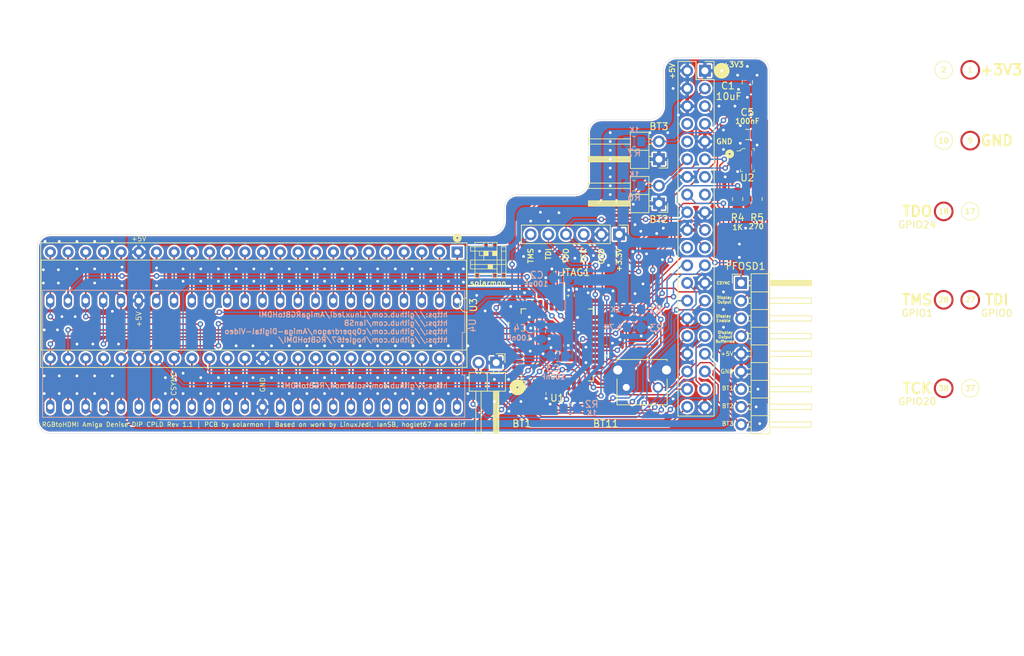
<source format=kicad_pcb>
(kicad_pcb (version 20171130) (host pcbnew "(5.1.9)-1")
  (layers (0 F.Cu signal) (31 B.Cu signal) (34 B.Paste user) (35 F.Paste user) (36 B.SilkS user) (37 F.SilkS user) (38 B.Mask user) (39 F.Mask user) (44 Edge.Cuts user))
  (net 0 "")
  (net 1 GND)
  (net 2 +3V3)
  (net 3 /GPIO21)
  (net 4 /GPIO20)
  (net 5 /GPIO26)
  (net 6 /GPIO16)
  (net 7 /GPIO18)
  (net 8 /GPIO13)
  (net 9 /GPIO12)
  (net 10 /GPIO6)
  (net 11 /GPIO5)
  (net 12 /GPIO0)
  (net 13 /GPIO7)
  (net 14 /GPIO8)
  (net 15 /GPIO11)
  (net 16 /GPIO25)
  (net 17 /GPIO9)
  (net 18 /GPIO10)
  (net 19 /GPIO24)
  (net 20 /GPIO23)
  (net 21 /GPIO22)
  (net 22 /GPIO27)
  (net 23 /GPIO17)
  (net 24 /GPIO15)
  (net 25 /GPIO14)
  (net 26 /GPIO4)
  (net 27 /GPIO3)
  (net 28 /GPIO2)
  (net 29 /GPIO19)
  (net 30 /CLKEN)
  (net 31 /D7)
  (net 32 /B0)
  (net 33 /D8)
  (net 34 /R3)
  (net 35 /D9)
  (net 36 /R2)
  (net 37 /D10)
  (net 38 /R1)
  (net 39 /D11)
  (net 40 /R0)
  (net 41 /D12)
  (net 42 /D13)
  (net 43 /BURST)
  (net 44 /D14)
  (net 45 /RGA1)
  (net 46 /D15)
  (net 47 /RGA2)
  (net 48 /M1V)
  (net 49 /RGA3)
  (net 50 /M0V)
  (net 51 /RGA4)
  (net 52 /RGA5)
  (net 53 /CCK)
  (net 54 /RGA6)
  (net 55 /7M)
  (net 56 /RGA7)
  (net 57 /NC)
  (net 58 /RGA8)
  (net 59 /ZD)
  (net 60 /M0H)
  (net 61 /M1H)
  (net 62 /G3)
  (net 63 /D0)
  (net 64 /G2)
  (net 65 /D1)
  (net 66 /G1)
  (net 67 /D2)
  (net 68 /G0)
  (net 69 /D3)
  (net 70 /B3)
  (net 71 /D4)
  (net 72 /B2)
  (net 73 /D5)
  (net 74 /B1)
  (net 75 /D6)
  (net 76 /VSYNC)
  (net 77 /DETECT)
  (net 78 +5V)
  (net 79 "Net-(R5-Pad2)")
  (net 80 /OSD_DISPLAY_OUTPUT_BUFFERRED)
  (net 81 /OSD_DISPLAY_ENABLE)
  (net 82 /OSD_DISPLAY_OUPUT)
  (net 83 /CSYNC)
  (module solarmon_library:PUSH_BUTTON_RIGHT_ANGLE (layer F.Cu) (at 165.862 103.886)
    (fp_text reference BT11 (at -5.207 5.207 180) (layer F.SilkS))
    (fp_text value Jumper_2_Open hide)
    (pad 1 thru_hole circle (at -2.275 0) (size 1.508 1.508) (drill 1) (layers *.Cu *.Mask) (net 1 GND))
    (pad 2 thru_hole circle (at 2.275 0) (size 1.508 1.508) (drill 1) (layers *.Cu *.Mask) (net 6 /GPIO16))
    (pad "" thru_hole circle (at -3.5 -2.5) (size 1.95 1.95) (drill 1.3) (layers *.Cu *.Mask) (net 1 GND))
    (pad "" thru_hole circle (at 3.5 -2.5) (size 1.95 1.95) (drill 1.3) (layers *.Cu *.Mask) (net 1 GND))
  )
  (module solarmon_library:solarmon-logo-25mils (layer F.Cu) (at 143.764 86.233)
    (fp_text reference solarmon (at 0 2.667) (layer F.SilkS) (effects (font (size 0.75 0.75))))
    (fp_text value solarmon-logo-25mils)
    (fp_poly (pts (xy -1.27 1.905) (xy -1.905 1.905) (xy -1.905 1.27) (xy -1.27 1.27)) (layer F.Cu) (width 0.1))
    (fp_poly (pts (xy 1.27 1.905) (xy 0.635 1.905) (xy 0.635 1.27) (xy 1.27 1.27)) (layer F.Cu) (width 0.1))
    (fp_poly (pts (xy 1.27 0.635) (xy 0.635 0.635) (xy 0.635 0) (xy 1.27 0)) (layer F.Cu) (width 0.1))
    (fp_poly (pts (xy 0 0.635) (xy -0.635 0.635) (xy -0.635 0) (xy 0 0)) (layer F.Cu) (width 0.1))
    (fp_poly (pts (xy -0.635 0.635) (xy -1.27 0.635) (xy -1.27 0) (xy -0.635 0)) (layer F.Cu) (width 0.1))
    (fp_poly (pts (xy -1.27 0.635) (xy -1.905 0.635) (xy -1.905 0) (xy -1.27 0)) (layer F.Cu) (width 0.1))
    (fp_poly (pts (xy -1.27 -1.905) (xy -1.905 -1.905) (xy -1.905 -2.54) (xy -1.27 -2.54)) (layer F.Cu) (width 0.1))
    (fp_poly (pts (xy -0.635 -1.905) (xy -1.27 -1.905) (xy -1.27 -2.54) (xy -0.635 -2.54)) (layer F.Cu) (width 0.1))
    (fp_poly (pts (xy 0 -2.54) (xy -0.635 -2.54) (xy -0.635 -3.175) (xy 0 -3.175)) (layer F.Cu) (width 0.1))
    (fp_poly (pts (xy 0 -1.905) (xy -0.635 -1.905) (xy -0.635 -2.54) (xy 0 -2.54)) (layer F.Cu) (width 0.1))
    (fp_poly (pts (xy 0.635 -1.905) (xy 0 -1.905) (xy 0 -2.54) (xy 0.635 -2.54)) (layer F.Cu) (width 0.1))
    (fp_poly (pts (xy 1.27 -1.905) (xy 0.635 -1.905) (xy 0.635 -2.54) (xy 1.27 -2.54)) (layer F.Cu) (width 0.1))
    (fp_poly (pts (xy 1.27 -2.54) (xy 0.635 -2.54) (xy 0.635 -3.175) (xy 1.27 -3.175)) (layer F.Cu) (width 0.1))
    (fp_poly (pts (xy 2.54 1.905) (xy 1.905 1.905) (xy 1.905 1.27) (xy 2.54 1.27)) (layer F.Cu) (width 0.1))
    (fp_poly (pts (xy 2.54 -1.905) (xy 1.905 -1.905) (xy 1.905 -2.54) (xy 2.54 -2.54)) (layer F.Cu) (width 0.1))
  )
  (module Connector_PinHeader_2.54mm:PinHeader_1x09_P2.54mm_Horizontal (layer F.Cu) (at 180.086 88.9)
    (fp_text reference FFOSD1 (at 0.635 -2.413) (layer F.SilkS))
    (fp_text value Conn_01x09)
    (pad 1 thru_hole rect (at 0 0) (size 1.7 1.7) (drill 1) (layers *.Cu *.Mask) (net 83 /CSYNC))
    (pad 2 thru_hole oval (at 0 2.54) (size 1.7 1.7) (drill 1) (layers *.Cu *.Mask) (net 82 /OSD_DISPLAY_OUPUT))
    (pad 3 thru_hole oval (at 0 5.08) (size 1.7 1.7) (drill 1) (layers *.Cu *.Mask) (net 81 /OSD_DISPLAY_ENABLE))
    (pad 4 thru_hole oval (at 0 7.62) (size 1.7 1.7) (drill 1) (layers *.Cu *.Mask) (net 80 /OSD_DISPLAY_OUTPUT_BUFFERRED))
    (pad 5 thru_hole oval (at 0 10.16) (size 1.7 1.7) (drill 1) (layers *.Cu *.Mask) (net 78 +5V))
    (pad 6 thru_hole oval (at 0 12.7) (size 1.7 1.7) (drill 1) (layers *.Cu *.Mask) (net 1 GND))
    (pad 7 thru_hole oval (at 0 15.24) (size 1.7 1.7) (drill 1) (layers *.Cu *.Mask) (net 6 /GPIO16))
    (pad 8 thru_hole oval (at 0 17.78) (size 1.7 1.7) (drill 1) (layers *.Cu *.Mask) (net 5 /GPIO26))
    (pad 9 thru_hole oval (at 0 20.32) (size 1.7 1.7) (drill 1) (layers *.Cu *.Mask) (net 29 /GPIO19))
  )
  (module Resistor_SMD:R_0805_2012Metric_Pad1.20x1.40mm_HandSolder (layer B.Cu) (at 164.719 68.58)
    (fp_text reference R7 (at 0 1.65) (layer B.SilkS) (effects (justify mirror)))
    (fp_text value 1K (at 0 -1.65) (layer B.SilkS) (effects (font (size 0.75 0.75)) (justify mirror)))
    (pad 2 smd roundrect (at 1 0) (size 1.2 1.4) (layers B.Cu B.Paste B.Mask) (roundrect_rratio 0.2083325) (net 29 /GPIO19))
    (pad 1 smd roundrect (at -1 0) (size 1.2 1.4) (layers B.Cu B.Paste B.Mask) (roundrect_rratio 0.2083325) (net 2 +3V3))
  )
  (module Resistor_SMD:R_0805_2012Metric_Pad1.20x1.40mm_HandSolder (layer B.Cu) (at 164.719 74.93)
    (fp_text reference R6 (at 0 1.65) (layer B.SilkS) (effects (justify mirror)))
    (fp_text value 1K (at 0 -1.65) (layer B.SilkS) (effects (font (size 0.75 0.75)) (justify mirror)))
    (pad 2 smd roundrect (at 1 0) (size 1.2 1.4) (layers B.Cu B.Paste B.Mask) (roundrect_rratio 0.2083325) (net 5 /GPIO26))
    (pad 1 smd roundrect (at -1 0) (size 1.2 1.4) (layers B.Cu B.Paste B.Mask) (roundrect_rratio 0.2083325) (net 2 +3V3))
  )
  (module Connector_PinHeader_2.54mm:PinHeader_1x02_P2.54mm_Horizontal (layer F.Cu) (at 168.275 71.12 180)
    (fp_text reference BT3 (at 0 4.699) (layer F.SilkS))
    (fp_text value Jumper_2_Open)
    (pad 2 thru_hole oval (at 0 2.54 180) (size 1.7 1.7) (drill 1) (layers *.Cu *.Mask) (net 29 /GPIO19))
    (pad 1 thru_hole rect (at 0 0 180) (size 1.7 1.7) (drill 1) (layers *.Cu *.Mask) (net 1 GND))
  )
  (module Connector_PinHeader_2.54mm:PinHeader_1x02_P2.54mm_Horizontal (layer F.Cu) (at 168.275 77.47 180)
    (fp_text reference BT2 (at 0 -2.286) (layer F.SilkS))
    (fp_text value Jumper_2_Open)
    (pad 2 thru_hole oval (at 0 2.54 180) (size 1.7 1.7) (drill 1) (layers *.Cu *.Mask) (net 5 /GPIO26))
    (pad 1 thru_hole rect (at 0 0 180) (size 1.7 1.7) (drill 1) (layers *.Cu *.Mask) (net 1 GND))
  )
  (module Capacitor_SMD:C_0805_2012Metric_Pad1.18x1.45mm_HandSolder (layer F.Cu) (at 180.975 67.564 180)
    (fp_text reference C5 (at 0 3.175) (layer F.SilkS))
    (fp_text value 100nF (at 0 1.905) (layer F.SilkS) (effects (font (size 0.75 0.75))))
    (pad 2 smd roundrect (at 1.0375 0 180) (size 1.175 1.45) (layers F.Cu F.Paste F.Mask) (roundrect_rratio 0.2127659574468085) (net 1 GND))
    (pad 1 smd roundrect (at -1.0375 0 180) (size 1.175 1.45) (layers F.Cu F.Paste F.Mask) (roundrect_rratio 0.2127659574468085) (net 2 +3V3))
  )
  (module solarmon_library:SOT-753 (layer F.Cu) (at 180.975 71.247 270)
    (fp_text reference U2 (at 2.54 0 180) (layer F.SilkS))
    (fp_text value 74LVC1G125)
    (pad 5 smd rect (at -0.95 -1.35 270) (size 0.6 1.05) (layers F.Cu F.Paste F.Mask) (net 2 +3V3))
    (pad 4 smd rect (at 0.95 -1.35 270) (size 0.6 1.05) (layers F.Cu F.Paste F.Mask) (net 79 "Net-(R5-Pad2)"))
    (pad 3 smd rect (at 0.95 1.35 270) (size 0.6 1.05) (layers F.Cu F.Paste F.Mask) (net 1 GND))
    (pad 2 smd rect (at 0 1.35 270) (size 0.6 1.05) (layers F.Cu F.Paste F.Mask) (net 82 /OSD_DISPLAY_OUPUT))
    (pad 1 smd rect (at -0.95 1.35 270) (size 0.6 1.05) (layers F.Cu F.Paste F.Mask) (net 81 /OSD_DISPLAY_ENABLE))
  )
  (module Resistor_SMD:R_0805_2012Metric_Pad1.20x1.40mm_HandSolder (layer F.Cu) (at 182.372 76.835 90)
    (fp_text reference R5 (at -2.667 0 180) (layer F.SilkS))
    (fp_text value 270 (at -3.937 -0.127 180) (layer F.SilkS) (effects (font (size 0.75 0.75))))
    (pad 2 smd roundrect (at 1 0 90) (size 1.2 1.4) (layers F.Cu F.Paste F.Mask) (roundrect_rratio 0.2083325) (net 79 "Net-(R5-Pad2)"))
    (pad 1 smd roundrect (at -1 0 90) (size 1.2 1.4) (layers F.Cu F.Paste F.Mask) (roundrect_rratio 0.2083325) (net 80 /OSD_DISPLAY_OUTPUT_BUFFERRED))
  )
  (module Resistor_SMD:R_0805_2012Metric_Pad1.20x1.40mm_HandSolder (layer F.Cu) (at 179.578 76.835 270)
    (fp_text reference R4 (at 2.667 0 180) (layer F.SilkS))
    (fp_text value 1K (at 4.064 0 180) (layer F.SilkS) (effects (font (size 0.75 0.75))))
    (pad 2 smd roundrect (at 1 0 270) (size 1.2 1.4) (layers F.Cu F.Paste F.Mask) (roundrect_rratio 0.2083325) (net 82 /OSD_DISPLAY_OUPUT))
    (pad 1 smd roundrect (at -1 0 270) (size 1.2 1.4) (layers F.Cu F.Paste F.Mask) (roundrect_rratio 0.2083325) (net 19 /GPIO24))
  )
  (module Connector_PinHeader_2.54mm:PinHeader_1x06_P2.54mm_Vertical (layer F.Cu) (at 162.56 81.915 270)
    (fp_text reference JTAG1 (at 5.461 6.35) (layer F.SilkS))
    (fp_text value Conn_01x06)
    (pad 6 thru_hole oval (at 0 12.7 270) (size 1.7 1.7) (drill 1) (layers *.Cu *.Mask) (net 30 /CLKEN))
    (pad 5 thru_hole oval (at 0 10.16 270) (size 1.7 1.7) (drill 1) (layers *.Cu *.Mask) (net 12 /GPIO0))
    (pad 4 thru_hole oval (at 0 7.62 270) (size 1.7 1.7) (drill 1) (layers *.Cu *.Mask) (net 19 /GPIO24))
    (pad 3 thru_hole oval (at 0 5.08 270) (size 1.7 1.7) (drill 1) (layers *.Cu *.Mask) (net 4 /GPIO20))
    (pad 2 thru_hole oval (at 0 2.54 270) (size 1.7 1.7) (drill 1) (layers *.Cu *.Mask) (net 1 GND))
    (pad 1 thru_hole rect (at 0 0 270) (size 1.7 1.7) (drill 1) (layers *.Cu *.Mask) (net 2 +3V3))
  )
  (module Capacitor_SMD:C_0805_2012Metric_Pad1.18x1.45mm_HandSolder (layer F.Cu) (at 180.975 60.071 270)
    (fp_text reference C1 (at 0.508 2.794 180) (layer F.SilkS))
    (fp_text value 10uF (at 2.032 2.667 180) (layer F.SilkS))
    (pad 2 smd roundrect (at 1.0375 0 270) (size 1.175 1.45) (layers F.Cu F.Paste F.Mask) (roundrect_rratio 0.2127659574468085) (net 1 GND))
    (pad 1 smd roundrect (at -1.0375 0 270) (size 1.175 1.45) (layers F.Cu F.Paste F.Mask) (roundrect_rratio 0.2127659574468085) (net 2 +3V3))
  )
  (module Resistor_SMD:R_0805_2012Metric_Pad1.20x1.40mm_HandSolder (layer B.Cu) (at 164.719 95.25)
    (fp_text reference R3 (at 3.175 0.127) (layer B.SilkS) (effects (justify mirror)))
    (fp_text value 4.7K (at -3.048 0) (layer B.SilkS) (effects (font (size 0.75 0.75)) (justify mirror)))
    (pad 2 smd roundrect (at 1 0) (size 1.2 1.4) (layers B.Cu B.Paste B.Mask) (roundrect_rratio 0.2083325) (net 1 GND))
    (pad 1 smd roundrect (at -1 0) (size 1.2 1.4) (layers B.Cu B.Paste B.Mask) (roundrect_rratio 0.2083325) (net 77 /DETECT))
  )
  (module Resistor_SMD:R_0805_2012Metric_Pad1.20x1.40mm_HandSolder (layer B.Cu) (at 155.575 106.934)
    (fp_text reference R2 (at 3.048 -0.635 180) (layer B.SilkS) (effects (justify mirror)))
    (fp_text value 1K (at 3.048 0.635) (layer B.SilkS) (effects (font (size 0.75 0.75)) (justify mirror)))
    (pad 2 smd roundrect (at 1 0) (size 1.2 1.4) (layers B.Cu B.Paste B.Mask) (roundrect_rratio 0.2083325) (net 1 GND))
    (pad 1 smd roundrect (at -1 0) (size 1.2 1.4) (layers B.Cu B.Paste B.Mask) (roundrect_rratio 0.2083325) (net 12 /GPIO0))
  )
  (module Resistor_SMD:R_0805_2012Metric_Pad1.20x1.40mm_HandSolder (layer B.Cu) (at 164.719 92.71)
    (fp_text reference R1 (at 3.048 0) (layer B.SilkS) (effects (justify mirror)))
    (fp_text value 1K (at -2.667 0) (layer B.SilkS) (effects (font (size 0.75 0.75)) (justify mirror)))
    (pad 2 smd roundrect (at 1 0) (size 1.2 1.4) (layers B.Cu B.Paste B.Mask) (roundrect_rratio 0.2083325) (net 6 /GPIO16))
    (pad 1 smd roundrect (at -1 0) (size 1.2 1.4) (layers B.Cu B.Paste B.Mask) (roundrect_rratio 0.2083325) (net 2 +3V3))
  )
  (module Capacitor_SMD:C_0805_2012Metric_Pad1.18x1.45mm_HandSolder (layer B.Cu) (at 151.257 95.885 270)
    (fp_text reference C4 (at -0.508 2.921) (layer B.SilkS) (effects (justify mirror)))
    (fp_text value 100nF (at 0.889 3.048) (layer B.SilkS) (effects (font (size 0.75 0.75)) (justify mirror)))
    (pad 1 smd roundrect (at -1.0375 0 270) (size 1.175 1.45) (layers B.Cu B.Paste B.Mask) (roundrect_rratio 0.2127659574468085) (net 2 +3V3))
    (pad 2 smd roundrect (at 1.0375 0 270) (size 1.175 1.45) (layers B.Cu B.Paste B.Mask) (roundrect_rratio 0.2127659574468085) (net 1 GND))
  )
  (module Capacitor_SMD:C_0805_2012Metric_Pad1.18x1.45mm_HandSolder (layer B.Cu) (at 153.797 99.441 180)
    (fp_text reference C3 (at 0.6985 -1.7145) (layer B.SilkS) (effects (justify mirror)))
    (fp_text value 100nF (at 0.6985 -2.921 180) (layer B.SilkS) (effects (font (size 0.75 0.75)) (justify mirror)))
    (pad 2 smd roundrect (at 1.0375 0 180) (size 1.175 1.45) (layers B.Cu B.Paste B.Mask) (roundrect_rratio 0.2127659574468085) (net 1 GND))
    (pad 1 smd roundrect (at -1.0375 0 180) (size 1.175 1.45) (layers B.Cu B.Paste B.Mask) (roundrect_rratio 0.2127659574468085) (net 2 +3V3))
  )
  (module Capacitor_SMD:C_0805_2012Metric_Pad1.18x1.45mm_HandSolder (layer B.Cu) (at 154.178 88.138 180)
    (fp_text reference C2 (at 3.429 0.381) (layer B.SilkS) (effects (justify mirror)))
    (fp_text value 100nF (at 3.556 -0.889) (layer B.SilkS) (effects (font (size 0.75 0.75)) (justify mirror)))
    (pad 2 smd roundrect (at 1.0375 0 180) (size 1.175 1.45) (layers B.Cu B.Paste B.Mask) (roundrect_rratio 0.2127659574468085) (net 1 GND))
    (pad 1 smd roundrect (at -1.0375 0 180) (size 1.175 1.45) (layers B.Cu B.Paste B.Mask) (roundrect_rratio 0.2127659574468085) (net 2 +3V3))
  )
  (module Package_QFP:TQFP-44_10x10mm_P0.8mm (layer F.Cu) (at 153.67 97.79 90)
    (fp_text reference U1 (at -7.62 0 180) (layer F.SilkS))
    (fp_text value "XC9572VQ44 or XC9572XL-10VQG44C")
    (pad 44 smd rect (at -4 -5.7 180) (size 1.5 0.55) (layers F.Cu F.Paste F.Mask) (net 4 /GPIO20))
    (pad 43 smd rect (at -3.2 -5.7 180) (size 1.5 0.55) (layers F.Cu F.Paste F.Mask) (net 3 /GPIO21))
    (pad 42 smd rect (at -2.4 -5.7 180) (size 1.5 0.55) (layers F.Cu F.Paste F.Mask) (net 68 /G0))
    (pad 41 smd rect (at -1.6 -5.7 180) (size 1.5 0.55) (layers F.Cu F.Paste F.Mask) (net 76 /VSYNC))
    (pad 40 smd rect (at -0.8 -5.7 180) (size 1.5 0.55) (layers F.Cu F.Paste F.Mask) (net 66 /G1))
    (pad 39 smd rect (at 0 -5.7 180) (size 1.5 0.55) (layers F.Cu F.Paste F.Mask) (net 38 /R1))
    (pad 38 smd rect (at 0.8 -5.7 180) (size 1.5 0.55) (layers F.Cu F.Paste F.Mask) (net 74 /B1))
    (pad 37 smd rect (at 1.6 -5.7 180) (size 1.5 0.55) (layers F.Cu F.Paste F.Mask) (net 72 /B2))
    (pad 36 smd rect (at 2.4 -5.7 180) (size 1.5 0.55) (layers F.Cu F.Paste F.Mask) (net 64 /G2))
    (pad 35 smd rect (at 3.2 -5.7 180) (size 1.5 0.55) (layers F.Cu F.Paste F.Mask) (net 2 +3V3))
    (pad 34 smd rect (at 4 -5.7 180) (size 1.5 0.55) (layers F.Cu F.Paste F.Mask) (net 36 /R2))
    (pad 33 smd rect (at 5.7 -4 90) (size 1.5 0.55) (layers F.Cu F.Paste F.Mask) (net 7 /GPIO18))
    (pad 32 smd rect (at 5.7 -3.2 90) (size 1.5 0.55) (layers F.Cu F.Paste F.Mask) (net 34 /R3))
    (pad 31 smd rect (at 5.7 -2.4 90) (size 1.5 0.55) (layers F.Cu F.Paste F.Mask) (net 62 /G3))
    (pad 30 smd rect (at 5.7 -1.6 90) (size 1.5 0.55) (layers F.Cu F.Paste F.Mask) (net 70 /B3))
    (pad 29 smd rect (at 5.7 -0.8 90) (size 1.5 0.55) (layers F.Cu F.Paste F.Mask) (net 28 /GPIO2))
    (pad 28 smd rect (at 5.7 0 90) (size 1.5 0.55) (layers F.Cu F.Paste F.Mask) (net 27 /GPIO3))
    (pad 27 smd rect (at 5.7 0.8 90) (size 1.5 0.55) (layers F.Cu F.Paste F.Mask) (net 26 /GPIO4))
    (pad 26 smd rect (at 5.7 1.6 90) (size 1.5 0.55) (layers F.Cu F.Paste F.Mask) (net 2 +3V3))
    (pad 25 smd rect (at 5.7 2.4 90) (size 1.5 0.55) (layers F.Cu F.Paste F.Mask) (net 1 GND))
    (pad 24 smd rect (at 5.7 3.2 90) (size 1.5 0.55) (layers F.Cu F.Paste F.Mask) (net 19 /GPIO24))
    (pad 23 smd rect (at 5.7 4 90) (size 1.5 0.55) (layers F.Cu F.Paste F.Mask) (net 83 /CSYNC))
    (pad 22 smd rect (at 4 5.7 180) (size 1.5 0.55) (layers F.Cu F.Paste F.Mask) (net 23 /GPIO17))
    (pad 21 smd rect (at 3.2 5.7 180) (size 1.5 0.55) (layers F.Cu F.Paste F.Mask) (net 40 /R0))
    (pad 20 smd rect (at 2.4 5.7 180) (size 1.5 0.55) (layers F.Cu F.Paste F.Mask) (net 20 /GPIO23))
    (pad 19 smd rect (at 1.6 5.7 180) (size 1.5 0.55) (layers F.Cu F.Paste F.Mask) (net 77 /DETECT))
    (pad 18 smd rect (at 0.8 5.7 180) (size 1.5 0.55) (layers F.Cu F.Paste F.Mask) (net 32 /B0))
    (pad 17 smd rect (at 0 5.7 180) (size 1.5 0.55) (layers F.Cu F.Paste F.Mask) (net 1 GND))
    (pad 16 smd rect (at -0.8 5.7 180) (size 1.5 0.55) (layers F.Cu F.Paste F.Mask) (net 18 /GPIO10))
    (pad 15 smd rect (at -1.6 5.7 180) (size 1.5 0.55) (layers F.Cu F.Paste F.Mask) (net 2 +3V3))
    (pad 14 smd rect (at -2.4 5.7 180) (size 1.5 0.55) (layers F.Cu F.Paste F.Mask) (net 17 /GPIO9))
    (pad 13 smd rect (at -3.2 5.7 180) (size 1.5 0.55) (layers F.Cu F.Paste F.Mask) (net 15 /GPIO11))
    (pad 12 smd rect (at -4 5.7 180) (size 1.5 0.55) (layers F.Cu F.Paste F.Mask) (net 14 /GPIO8))
    (pad 11 smd rect (at -5.7 4 90) (size 1.5 0.55) (layers F.Cu F.Paste F.Mask) (net 4 /GPIO20))
    (pad 10 smd rect (at -5.7 3.2 90) (size 1.5 0.55) (layers F.Cu F.Paste F.Mask) (net 30 /CLKEN))
    (pad 9 smd rect (at -5.7 2.4 90) (size 1.5 0.55) (layers F.Cu F.Paste F.Mask) (net 12 /GPIO0))
    (pad 8 smd rect (at -5.7 1.6 90) (size 1.5 0.55) (layers F.Cu F.Paste F.Mask) (net 13 /GPIO7))
    (pad 7 smd rect (at -5.7 0.8 90) (size 1.5 0.55) (layers F.Cu F.Paste F.Mask) (net 12 /GPIO0))
    (pad 6 smd rect (at -5.7 0 90) (size 1.5 0.55) (layers F.Cu F.Paste F.Mask) (net 30 /CLKEN))
    (pad 5 smd rect (at -5.7 -0.8 90) (size 1.5 0.55) (layers F.Cu F.Paste F.Mask) (net 11 /GPIO5))
    (pad 4 smd rect (at -5.7 -1.6 90) (size 1.5 0.55) (layers F.Cu F.Paste F.Mask) (net 1 GND))
    (pad 3 smd rect (at -5.7 -2.4 90) (size 1.5 0.55) (layers F.Cu F.Paste F.Mask) (net 9 /GPIO12))
    (pad 2 smd rect (at -5.7 -3.2 90) (size 1.5 0.55) (layers F.Cu F.Paste F.Mask) (net 10 /GPIO6))
    (pad 1 smd rect (at -5.7 -4 90) (size 1.5 0.55) (layers F.Cu F.Paste F.Mask) (net 8 /GPIO13))
  )
  (module chips:DIP-48_pins (layer B.Cu) (at 112.776 99.06)
    (fp_text reference U4 (at 28.702 -4.064 90) (layer B.SilkS) (effects (justify mirror)))
    (fp_text value DenisePins)
    (pad 24 thru_hole oval (at -31.9024 -7.62) (size 1.2 2) (drill 0.8) (layers *.Cu *.Mask) (net 32 /B0))
    (pad 25 thru_hole oval (at -31.9024 7.62) (size 1.2 2) (drill 0.8) (layers *.Cu *.Mask) (net 74 /B1))
    (pad 23 thru_hole oval (at -29.3624 -7.62) (size 1.2 2) (drill 0.8) (layers *.Cu *.Mask) (net 34 /R3))
    (pad 26 thru_hole oval (at -29.3624 7.62) (size 1.2 2) (drill 0.8) (layers *.Cu *.Mask) (net 72 /B2))
    (pad 22 thru_hole oval (at -26.8224 -7.62) (size 1.2 2) (drill 0.8) (layers *.Cu *.Mask) (net 36 /R2))
    (pad 27 thru_hole oval (at -26.8224 7.62) (size 1.2 2) (drill 0.8) (layers *.Cu *.Mask) (net 70 /B3))
    (pad 21 thru_hole oval (at -24.2824 -7.62) (size 1.2 2) (drill 0.8) (layers *.Cu *.Mask) (net 38 /R1))
    (pad 28 thru_hole oval (at -24.2824 7.62) (size 1.2 2) (drill 0.8) (layers *.Cu *.Mask) (net 68 /G0))
    (pad 20 thru_hole oval (at -21.7424 -7.62) (size 1.2 2) (drill 0.8) (layers *.Cu *.Mask) (net 40 /R0))
    (pad 29 thru_hole oval (at -21.7424 7.62) (size 1.2 2) (drill 0.8) (layers *.Cu *.Mask) (net 66 /G1))
    (pad 19 thru_hole oval (at -19.2024 -7.62) (size 1.2 2) (drill 0.8) (layers *.Cu *.Mask) (net 78 +5V))
    (pad 30 thru_hole oval (at -19.2024 7.62) (size 1.2 2) (drill 0.8) (layers *.Cu *.Mask) (net 64 /G2))
    (pad 18 thru_hole oval (at -16.6624 -7.62) (size 1.2 2) (drill 0.8) (layers *.Cu *.Mask) (net 43 /BURST))
    (pad 31 thru_hole oval (at -16.6624 7.62) (size 1.2 2) (drill 0.8) (layers *.Cu *.Mask) (net 62 /G3))
    (pad 17 thru_hole oval (at -14.1224 -7.62) (size 1.2 2) (drill 0.8) (layers *.Cu *.Mask) (net 45 /RGA1))
    (pad 32 thru_hole oval (at -14.1224 7.62) (size 1.2 2) (drill 0.8) (layers *.Cu *.Mask) (net 83 /CSYNC))
    (pad 16 thru_hole oval (at -11.5824 -7.62) (size 1.2 2) (drill 0.8) (layers *.Cu *.Mask) (net 47 /RGA2))
    (pad 33 thru_hole oval (at -11.5824 7.62) (size 1.2 2) (drill 0.8) (layers *.Cu *.Mask) (net 59 /ZD))
    (pad 15 thru_hole oval (at -9.0424 -7.62) (size 1.2 2) (drill 0.8) (layers *.Cu *.Mask) (net 49 /RGA3))
    (pad 34 thru_hole oval (at -9.0424 7.62) (size 1.2 2) (drill 0.8) (layers *.Cu *.Mask) (net 57 /NC))
    (pad 14 thru_hole oval (at -6.5024 -7.62) (size 1.2 2) (drill 0.8) (layers *.Cu *.Mask) (net 51 /RGA4))
    (pad 35 thru_hole oval (at -6.5024 7.62) (size 1.2 2) (drill 0.8) (layers *.Cu *.Mask) (net 55 /7M))
    (pad 13 thru_hole oval (at -3.9624 -7.62) (size 1.2 2) (drill 0.8) (layers *.Cu *.Mask) (net 52 /RGA5))
    (pad 36 thru_hole oval (at -3.9624 7.62) (size 1.2 2) (drill 0.8) (layers *.Cu *.Mask) (net 53 /CCK))
    (pad 12 thru_hole oval (at -1.4224 -7.62) (size 1.2 2) (drill 0.8) (layers *.Cu *.Mask) (net 54 /RGA6))
    (pad 37 thru_hole oval (at -1.4224 7.62) (size 1.2 2) (drill 0.8) (layers *.Cu *.Mask) (net 1 GND))
    (pad 11 thru_hole oval (at 1.1176 -7.62) (size 1.2 2) (drill 0.8) (layers *.Cu *.Mask) (net 56 /RGA7))
    (pad 38 thru_hole oval (at 1.1176 7.62) (size 1.2 2) (drill 0.8) (layers *.Cu *.Mask) (net 50 /M0V))
    (pad 10 thru_hole oval (at 3.6576 -7.62) (size 1.2 2) (drill 0.8) (layers *.Cu *.Mask) (net 58 /RGA8))
    (pad 39 thru_hole oval (at 3.6576 7.62) (size 1.2 2) (drill 0.8) (layers *.Cu *.Mask) (net 48 /M1V))
    (pad 9 thru_hole oval (at 6.1976 -7.62) (size 1.2 2) (drill 0.8) (layers *.Cu *.Mask) (net 60 /M0H))
    (pad 40 thru_hole oval (at 6.1976 7.62) (size 1.2 2) (drill 0.8) (layers *.Cu *.Mask) (net 46 /D15))
    (pad 8 thru_hole oval (at 8.7376 -7.62) (size 1.2 2) (drill 0.8) (layers *.Cu *.Mask) (net 61 /M1H))
    (pad 41 thru_hole oval (at 8.7376 7.62) (size 1.2 2) (drill 0.8) (layers *.Cu *.Mask) (net 44 /D14))
    (pad 7 thru_hole oval (at 11.2776 -7.62) (size 1.2 2) (drill 0.8) (layers *.Cu *.Mask) (net 63 /D0))
    (pad 42 thru_hole oval (at 11.2776 7.62) (size 1.2 2) (drill 0.8) (layers *.Cu *.Mask) (net 42 /D13))
    (pad 6 thru_hole oval (at 13.8176 -7.62) (size 1.2 2) (drill 0.8) (layers *.Cu *.Mask) (net 65 /D1))
    (pad 43 thru_hole oval (at 13.8176 7.62) (size 1.2 2) (drill 0.8) (layers *.Cu *.Mask) (net 41 /D12))
    (pad 5 thru_hole oval (at 16.3576 -7.62) (size 1.2 2) (drill 0.8) (layers *.Cu *.Mask) (net 67 /D2))
    (pad 44 thru_hole oval (at 16.3576 7.62) (size 1.2 2) (drill 0.8) (layers *.Cu *.Mask) (net 39 /D11))
    (pad 4 thru_hole oval (at 18.8976 -7.62) (size 1.2 2) (drill 0.8) (layers *.Cu *.Mask) (net 69 /D3))
    (pad 45 thru_hole oval (at 18.8976 7.62) (size 1.2 2) (drill 0.8) (layers *.Cu *.Mask) (net 37 /D10))
    (pad 3 thru_hole oval (at 21.4376 -7.62) (size 1.2 2) (drill 0.8) (layers *.Cu *.Mask) (net 71 /D4))
    (pad 46 thru_hole oval (at 21.4376 7.62) (size 1.2 2) (drill 0.8) (layers *.Cu *.Mask) (net 35 /D9))
    (pad 2 thru_hole oval (at 23.9776 -7.62) (size 1.2 2) (drill 0.8) (layers *.Cu *.Mask) (net 73 /D5))
    (pad 47 thru_hole oval (at 23.9776 7.62) (size 1.2 2) (drill 0.8) (layers *.Cu *.Mask) (net 33 /D8))
    (pad 1 thru_hole oval (at 26.5176 -7.62) (size 1.2 2) (drill 0.8) (layers *.Cu *.Mask) (net 75 /D6))
    (pad 48 thru_hole oval (at 26.5176 7.62) (size 1.2 2) (drill 0.8) (layers *.Cu *.Mask) (net 31 /D7))
  )
  (module Connector_PinSocket_2.54mm:PinSocket_2x20_P2.54mm_Vertical (layer F.Cu) (at 174.879 58.42)
    (fp_text reference J1 hide)
    (fp_text value Raspberry_Pi_2_3)
    (pad 40 thru_hole oval (at -2.54 48.26) (size 1.7 1.7) (drill 1) (layers *.Cu *.Mask) (net 3 /GPIO21))
    (pad 39 thru_hole oval (at 0 48.26) (size 1.7 1.7) (drill 1) (layers *.Cu *.Mask) (net 1 GND))
    (pad 38 thru_hole oval (at -2.54 45.72) (size 1.7 1.7) (drill 1) (layers *.Cu *.Mask) (net 4 /GPIO20))
    (pad 37 thru_hole oval (at 0 45.72) (size 1.7 1.7) (drill 1) (layers *.Cu *.Mask) (net 5 /GPIO26))
    (pad 36 thru_hole oval (at -2.54 43.18) (size 1.7 1.7) (drill 1) (layers *.Cu *.Mask) (net 6 /GPIO16))
    (pad 35 thru_hole oval (at 0 43.18) (size 1.7 1.7) (drill 1) (layers *.Cu *.Mask) (net 29 /GPIO19))
    (pad 34 thru_hole oval (at -2.54 40.64) (size 1.7 1.7) (drill 1) (layers *.Cu *.Mask) (net 1 GND))
    (pad 33 thru_hole oval (at 0 40.64) (size 1.7 1.7) (drill 1) (layers *.Cu *.Mask) (net 8 /GPIO13))
    (pad 32 thru_hole oval (at -2.54 38.1) (size 1.7 1.7) (drill 1) (layers *.Cu *.Mask) (net 9 /GPIO12))
    (pad 31 thru_hole oval (at 0 38.1) (size 1.7 1.7) (drill 1) (layers *.Cu *.Mask) (net 10 /GPIO6))
    (pad 30 thru_hole oval (at -2.54 35.56) (size 1.7 1.7) (drill 1) (layers *.Cu *.Mask) (net 1 GND))
    (pad 29 thru_hole oval (at 0 35.56) (size 1.7 1.7) (drill 1) (layers *.Cu *.Mask) (net 11 /GPIO5))
    (pad 28 thru_hole oval (at -2.54 33.02) (size 1.7 1.7) (drill 1) (layers *.Cu *.Mask) (net 30 /CLKEN))
    (pad 27 thru_hole oval (at 0 33.02) (size 1.7 1.7) (drill 1) (layers *.Cu *.Mask) (net 12 /GPIO0))
    (pad 26 thru_hole oval (at -2.54 30.48) (size 1.7 1.7) (drill 1) (layers *.Cu *.Mask) (net 13 /GPIO7))
    (pad 25 thru_hole oval (at 0 30.48) (size 1.7 1.7) (drill 1) (layers *.Cu *.Mask) (net 1 GND))
    (pad 24 thru_hole oval (at -2.54 27.94) (size 1.7 1.7) (drill 1) (layers *.Cu *.Mask) (net 14 /GPIO8))
    (pad 23 thru_hole oval (at 0 27.94) (size 1.7 1.7) (drill 1) (layers *.Cu *.Mask) (net 15 /GPIO11))
    (pad 22 thru_hole oval (at -2.54 25.4) (size 1.7 1.7) (drill 1) (layers *.Cu *.Mask) (net 16 /GPIO25))
    (pad 21 thru_hole oval (at 0 25.4) (size 1.7 1.7) (drill 1) (layers *.Cu *.Mask) (net 17 /GPIO9))
    (pad 20 thru_hole oval (at -2.54 22.86) (size 1.7 1.7) (drill 1) (layers *.Cu *.Mask) (net 1 GND))
    (pad 19 thru_hole oval (at 0 22.86) (size 1.7 1.7) (drill 1) (layers *.Cu *.Mask) (net 18 /GPIO10))
    (pad 18 thru_hole oval (at -2.54 20.32) (size 1.7 1.7) (drill 1) (layers *.Cu *.Mask) (net 19 /GPIO24))
    (pad 17 thru_hole oval (at 0 20.32) (size 1.7 1.7) (drill 1) (layers *.Cu *.Mask) (net 2 +3V3))
    (pad 16 thru_hole oval (at -2.54 17.78) (size 1.7 1.7) (drill 1) (layers *.Cu *.Mask) (net 20 /GPIO23))
    (pad 15 thru_hole oval (at 0 17.78) (size 1.7 1.7) (drill 1) (layers *.Cu *.Mask) (net 21 /GPIO22))
    (pad 14 thru_hole oval (at -2.54 15.24) (size 1.7 1.7) (drill 1) (layers *.Cu *.Mask) (net 1 GND))
    (pad 13 thru_hole oval (at 0 15.24) (size 1.7 1.7) (drill 1) (layers *.Cu *.Mask) (net 22 /GPIO27))
    (pad 12 thru_hole oval (at -2.54 12.7) (size 1.7 1.7) (drill 1) (layers *.Cu *.Mask) (net 7 /GPIO18))
    (pad 11 thru_hole oval (at 0 12.7) (size 1.7 1.7) (drill 1) (layers *.Cu *.Mask) (net 23 /GPIO17))
    (pad 10 thru_hole oval (at -2.54 10.16) (size 1.7 1.7) (drill 1) (layers *.Cu *.Mask) (net 24 /GPIO15))
    (pad 9 thru_hole oval (at 0 10.16) (size 1.7 1.7) (drill 1) (layers *.Cu *.Mask) (net 1 GND))
    (pad 8 thru_hole oval (at -2.54 7.62) (size 1.7 1.7) (drill 1) (layers *.Cu *.Mask) (net 25 /GPIO14))
    (pad 7 thru_hole oval (at 0 7.62) (size 1.7 1.7) (drill 1) (layers *.Cu *.Mask) (net 26 /GPIO4))
    (pad 6 thru_hole oval (at -2.54 5.08) (size 1.7 1.7) (drill 1) (layers *.Cu *.Mask) (net 1 GND))
    (pad 5 thru_hole oval (at 0 5.08) (size 1.7 1.7) (drill 1) (layers *.Cu *.Mask) (net 27 /GPIO3))
    (pad 4 thru_hole oval (at -2.54 2.54) (size 1.7 1.7) (drill 1) (layers *.Cu *.Mask) (net 78 +5V))
    (pad 3 thru_hole oval (at 0 2.54) (size 1.7 1.7) (drill 1) (layers *.Cu *.Mask) (net 28 /GPIO2))
    (pad 2 thru_hole oval (at -2.54 0) (size 1.7 1.7) (drill 1) (layers *.Cu *.Mask) (net 78 +5V))
    (pad 1 thru_hole rect (at 0 0) (size 1.7 1.7) (drill 1) (layers *.Cu *.Mask) (net 2 +3V3))
  )
  (module Package_DIP:DIP-48_W15.24mm_Socket (layer F.Cu) (at 139.315 84.455 270)
    (fp_text reference U3 (at 7.62 -2.33 90) (layer F.SilkS))
    (fp_text value DeniseSocket)
    (pad 48 thru_hole oval (at 15.24 0 270) (size 1.6 1.6) (drill 0.8) (layers *.Cu *.Mask) (net 31 /D7))
    (pad 24 thru_hole oval (at 0 58.42 270) (size 1.6 1.6) (drill 0.8) (layers *.Cu *.Mask) (net 32 /B0))
    (pad 47 thru_hole oval (at 15.24 2.54 270) (size 1.6 1.6) (drill 0.8) (layers *.Cu *.Mask) (net 33 /D8))
    (pad 23 thru_hole oval (at 0 55.88 270) (size 1.6 1.6) (drill 0.8) (layers *.Cu *.Mask) (net 34 /R3))
    (pad 46 thru_hole oval (at 15.24 5.08 270) (size 1.6 1.6) (drill 0.8) (layers *.Cu *.Mask) (net 35 /D9))
    (pad 22 thru_hole oval (at 0 53.34 270) (size 1.6 1.6) (drill 0.8) (layers *.Cu *.Mask) (net 36 /R2))
    (pad 45 thru_hole oval (at 15.24 7.62 270) (size 1.6 1.6) (drill 0.8) (layers *.Cu *.Mask) (net 37 /D10))
    (pad 21 thru_hole oval (at 0 50.8 270) (size 1.6 1.6) (drill 0.8) (layers *.Cu *.Mask) (net 38 /R1))
    (pad 44 thru_hole oval (at 15.24 10.16 270) (size 1.6 1.6) (drill 0.8) (layers *.Cu *.Mask) (net 39 /D11))
    (pad 20 thru_hole oval (at 0 48.26 270) (size 1.6 1.6) (drill 0.8) (layers *.Cu *.Mask) (net 40 /R0))
    (pad 43 thru_hole oval (at 15.24 12.7 270) (size 1.6 1.6) (drill 0.8) (layers *.Cu *.Mask) (net 41 /D12))
    (pad 19 thru_hole oval (at 0 45.72 270) (size 1.6 1.6) (drill 0.8) (layers *.Cu *.Mask) (net 78 +5V))
    (pad 42 thru_hole oval (at 15.24 15.24 270) (size 1.6 1.6) (drill 0.8) (layers *.Cu *.Mask) (net 42 /D13))
    (pad 18 thru_hole oval (at 0 43.18 270) (size 1.6 1.6) (drill 0.8) (layers *.Cu *.Mask) (net 43 /BURST))
    (pad 41 thru_hole oval (at 15.24 17.78 270) (size 1.6 1.6) (drill 0.8) (layers *.Cu *.Mask) (net 44 /D14))
    (pad 17 thru_hole oval (at 0 40.64 270) (size 1.6 1.6) (drill 0.8) (layers *.Cu *.Mask) (net 45 /RGA1))
    (pad 40 thru_hole oval (at 15.24 20.32 270) (size 1.6 1.6) (drill 0.8) (layers *.Cu *.Mask) (net 46 /D15))
    (pad 16 thru_hole oval (at 0 38.1 270) (size 1.6 1.6) (drill 0.8) (layers *.Cu *.Mask) (net 47 /RGA2))
    (pad 39 thru_hole oval (at 15.24 22.86 270) (size 1.6 1.6) (drill 0.8) (layers *.Cu *.Mask) (net 48 /M1V))
    (pad 15 thru_hole oval (at 0 35.56 270) (size 1.6 1.6) (drill 0.8) (layers *.Cu *.Mask) (net 49 /RGA3))
    (pad 38 thru_hole oval (at 15.24 25.4 270) (size 1.6 1.6) (drill 0.8) (layers *.Cu *.Mask) (net 50 /M0V))
    (pad 14 thru_hole oval (at 0 33.02 270) (size 1.6 1.6) (drill 0.8) (layers *.Cu *.Mask) (net 51 /RGA4))
    (pad 37 thru_hole oval (at 15.24 27.94 270) (size 1.6 1.6) (drill 0.8) (layers *.Cu *.Mask) (net 1 GND))
    (pad 13 thru_hole oval (at 0 30.48 270) (size 1.6 1.6) (drill 0.8) (layers *.Cu *.Mask) (net 52 /RGA5))
    (pad 36 thru_hole oval (at 15.24 30.48 270) (size 1.6 1.6) (drill 0.8) (layers *.Cu *.Mask) (net 53 /CCK))
    (pad 12 thru_hole oval (at 0 27.94 270) (size 1.6 1.6) (drill 0.8) (layers *.Cu *.Mask) (net 54 /RGA6))
    (pad 35 thru_hole oval (at 15.24 33.02 270) (size 1.6 1.6) (drill 0.8) (layers *.Cu *.Mask) (net 55 /7M))
    (pad 11 thru_hole oval (at 0 25.4 270) (size 1.6 1.6) (drill 0.8) (layers *.Cu *.Mask) (net 56 /RGA7))
    (pad 34 thru_hole oval (at 15.24 35.56 270) (size 1.6 1.6) (drill 0.8) (layers *.Cu *.Mask) (net 57 /NC))
    (pad 10 thru_hole oval (at 0 22.86 270) (size 1.6 1.6) (drill 0.8) (layers *.Cu *.Mask) (net 58 /RGA8))
    (pad 33 thru_hole oval (at 15.24 38.1 270) (size 1.6 1.6) (drill 0.8) (layers *.Cu *.Mask) (net 59 /ZD))
    (pad 9 thru_hole oval (at 0 20.32 270) (size 1.6 1.6) (drill 0.8) (layers *.Cu *.Mask) (net 60 /M0H))
    (pad 32 thru_hole oval (at 15.24 40.64 270) (size 1.6 1.6) (drill 0.8) (layers *.Cu *.Mask) (net 83 /CSYNC))
    (pad 8 thru_hole oval (at 0 17.78 270) (size 1.6 1.6) (drill 0.8) (layers *.Cu *.Mask) (net 61 /M1H))
    (pad 31 thru_hole oval (at 15.24 43.18 270) (size 1.6 1.6) (drill 0.8) (layers *.Cu *.Mask) (net 62 /G3))
    (pad 7 thru_hole oval (at 0 15.24 270) (size 1.6 1.6) (drill 0.8) (layers *.Cu *.Mask) (net 63 /D0))
    (pad 30 thru_hole oval (at 15.24 45.72 270) (size 1.6 1.6) (drill 0.8) (layers *.Cu *.Mask) (net 64 /G2))
    (pad 6 thru_hole oval (at 0 12.7 270) (size 1.6 1.6) (drill 0.8) (layers *.Cu *.Mask) (net 65 /D1))
    (pad 29 thru_hole oval (at 15.24 48.26 270) (size 1.6 1.6) (drill 0.8) (layers *.Cu *.Mask) (net 66 /G1))
    (pad 5 thru_hole oval (at 0 10.16 270) (size 1.6 1.6) (drill 0.8) (layers *.Cu *.Mask) (net 67 /D2))
    (pad 28 thru_hole oval (at 15.24 50.8 270) (size 1.6 1.6) (drill 0.8) (layers *.Cu *.Mask) (net 68 /G0))
    (pad 4 thru_hole oval (at 0 7.62 270) (size 1.6 1.6) (drill 0.8) (layers *.Cu *.Mask) (net 69 /D3))
    (pad 27 thru_hole oval (at 15.24 53.34 270) (size 1.6 1.6) (drill 0.8) (layers *.Cu *.Mask) (net 70 /B3))
    (pad 3 thru_hole oval (at 0 5.08 270) (size 1.6 1.6) (drill 0.8) (layers *.Cu *.Mask) (net 71 /D4))
    (pad 26 thru_hole oval (at 15.24 55.88 270) (size 1.6 1.6) (drill 0.8) (layers *.Cu *.Mask) (net 72 /B2))
    (pad 2 thru_hole oval (at 0 2.54 270) (size 1.6 1.6) (drill 0.8) (layers *.Cu *.Mask) (net 73 /D5))
    (pad 25 thru_hole oval (at 15.24 58.42 270) (size 1.6 1.6) (drill 0.8) (layers *.Cu *.Mask) (net 74 /B1))
    (pad 1 thru_hole rect (at 0 0 270) (size 1.6 1.6) (drill 0.8) (layers *.Cu *.Mask) (net 75 /D6))
  )
  (module Connector_PinHeader_2.54mm:PinHeader_1x02_P2.54mm_Horizontal (layer F.Cu) (at 144.907 100.33 270)
    (fp_text reference BT1 (at 8.763 -3.683 180) (layer F.SilkS))
    (fp_text value Jumper_2_Open)
    (pad 2 thru_hole oval (at 0 2.54 270) (size 1.7 1.7) (drill 1) (layers *.Cu *.Mask) (net 6 /GPIO16))
    (pad 1 thru_hole rect (at 0 0 270) (size 1.7 1.7) (drill 1) (layers *.Cu *.Mask) (net 1 GND))
  )
  (gr_text 28 (at 209.169 91.313) (layer F.SilkS) (effects (font (size 0.75 0.75))))
  (gr_text TMS (at 205.359 91.313) (layer F.SilkS) (effects (font (size 1.5 1.5) (thickness 0.3))))
  (gr_text 27 (at 212.979 91.313) (layer F.SilkS) (effects (font (size 0.75 0.75))))
  (gr_text 38 (at 209.169 104.013) (layer F.SilkS) (effects (font (size 0.75 0.75))))
  (gr_text +3V3 (at 217.424 58.293) (layer F.SilkS) (effects (font (size 1.5 1.5) (thickness 0.3))))
  (gr_text TDI (at 216.789 91.313) (layer F.SilkS) (effects (font (size 1.5 1.5) (thickness 0.3))))
  (gr_text 37 (at 212.979 104.013) (layer F.SilkS) (effects (font (size 0.75 0.75))))
  (gr_text TCK (at 205.359 104.013) (layer F.SilkS) (effects (font (size 1.5 1.5) (thickness 0.3))))
  (gr_text TDO (at 205.359 78.613) (layer F.SilkS) (effects (font (size 1.5 1.5) (thickness 0.3))))
  (gr_text GND (at 216.789 68.453) (layer F.SilkS) (effects (font (size 1.5 1.5) (thickness 0.3))))
  (gr_text GPIO24 (at 205.359 80.518) (layer F.SilkS) (effects (font (size 1 1))))
  (gr_text 18 (at 209.169 78.613) (layer F.SilkS) (effects (font (size 0.75 0.75))))
  (gr_text GPIO0 (at 216.789 93.218) (layer F.SilkS) (effects (font (size 1 1))))
  (gr_text GPIO1 (at 205.359 93.218) (layer F.SilkS) (effects (font (size 1 1))))
  (gr_text 1 (at 212.979 58.293) (layer F.SilkS) (effects (font (size 0.75 0.75))))
  (gr_text 2 (at 209.169 58.293) (layer F.SilkS) (effects (font (size 0.75 0.75))))
  (gr_text 9 (at 212.979 68.453) (layer F.SilkS) (effects (font (size 0.75 0.75))))
  (gr_text GPIO20 (at 205.359 105.918) (layer F.SilkS) (effects (font (size 1 1))))
  (gr_text 17 (at 212.979 78.613) (layer F.SilkS) (effects (font (size 0.75 0.75))))
  (gr_text 10 (at 209.169 68.453) (layer F.SilkS) (effects (font (size 0.75 0.75))))
  (gr_circle (center 212.979 78.613) (end 214.249 78.613) (layer F.SilkS) (width 0.1))
  (gr_circle (center 212.979 68.453) (end 214.249 68.453) (layer F.Cu) (width 0.3))
  (gr_circle (center 209.169 78.613) (end 210.439 78.613) (layer F.Cu) (width 0.3))
  (gr_circle (center 212.979 104.013) (end 214.249 104.013) (layer F.SilkS) (width 0.1))
  (gr_circle (center 209.169 104.013) (end 210.439 104.013) (layer F.Cu) (width 0.3))
  (gr_circle (center 212.979 58.293) (end 214.249 58.293) (layer F.Cu) (width 0.3))
  (gr_circle (center 212.979 91.313) (end 214.249 91.313) (layer F.Cu) (width 0.3))
  (gr_circle (center 209.169 91.313) (end 210.439 91.313) (layer F.Cu) (width 0.3))
  (gr_circle (center 209.169 68.453) (end 210.439 68.453) (layer F.SilkS) (width 0.1))
  (gr_circle (center 209.169 58.293) (end 210.439 58.293) (layer F.SilkS) (width 0.1))
  (gr_text CSYNC (at 177.546 88.9) (layer F.SilkS) (effects (font (size 0.4 0.4) (thickness 0.1))))
  (gr_text "Display\nOutput" (at 177.673 91.313) (layer F.SilkS) (effects (font (size 0.4 0.4) (thickness 0.1))))
  (gr_text "Display\nEnable" (at 177.546 93.98) (layer F.SilkS) (effects (font (size 0.4 0.4) (thickness 0.1))))
  (gr_text "Display\nOutput\nBufferred" (at 177.8 96.647) (layer F.SilkS) (effects (font (size 0.4 0.4) (thickness 0.1))))
  (gr_text BT3 (at 178.154 109.093) (layer F.SilkS) (effects (font (size 0.6 0.6) (thickness 0.1))))
  (gr_text BT2 (at 178.154 106.553) (layer F.SilkS) (effects (font (size 0.6 0.6) (thickness 0.1))))
  (gr_text BT1 (at 178.154 104.013) (layer F.SilkS) (effects (font (size 0.6 0.6) (thickness 0.1))))
  (gr_text CSYNC (at 98.6155 103.378 90) (layer F.SilkS) (effects (font (size 0.7 0.7) (thickness 0.1))))
  (gr_text GND (at 111.379 103.505 90) (layer F.SilkS) (effects (font (size 0.7 0.7) (thickness 0.1))))
  (gr_text +5V (at 93.599 94.107 90) (layer F.SilkS) (effects (font (size 0.75 0.75) (thickness 0.1))))
  (gr_text +5V (at 93.599 82.55) (layer F.SilkS) (effects (font (size 0.7 0.7) (thickness 0.1))))
  (gr_text - (at 156.083 90.678 90) (layer F.SilkS) (effects (font (size 0.5 0.5) (thickness 0.1))))
  (gr_text - (at 152.019 104.775 90) (layer F.SilkS) (effects (font (size 0.5 0.5) (thickness 0.1))))
  (gr_text - (at 160.655 97.79) (layer F.SilkS) (effects (font (size 0.5 0.5) (thickness 0.1))))
  (gr_text + (at 160.655 99.314) (layer F.SilkS) (effects (font (size 0.5 0.5) (thickness 0.1))))
  (gr_text + (at 146.685 94.615) (layer F.SilkS) (effects (font (size 0.5 0.5) (thickness 0.1))))
  (gr_text + (at 155.2575 90.678) (layer F.SilkS) (effects (font (size 0.5 0.5) (thickness 0.1))))
  (gr_text GND (at 178.054 101.6) (layer F.SilkS) (effects (font (size 0.6 0.6) (thickness 0.1))))
  (gr_text +5V (at 178.054 99.06) (layer F.SilkS) (effects (font (size 0.6 0.6) (thickness 0.1))))
  (gr_text GND (at 177.673 68.58) (layer F.SilkS) (effects (font (size 0.75 0.75))))
  (gr_text +3V3 (at 178.943 57.531) (layer F.SilkS) (effects (font (size 0.75 0.75))))
  (gr_text +5V (at 170.18 58.4835 90) (layer F.SilkS) (effects (font (size 0.75 0.75))))
  (gr_arc (start 156.21 74.295) (end 156.21 76.2) (angle -90) (layer Edge.Cuts) (width 0.05))
  (gr_line (start 158.115 74.295) (end 158.115 67.31) (layer Edge.Cuts) (width 0.05))
  (gr_arc (start 160.02 67.31) (end 160.02 65.405) (angle -90) (layer Edge.Cuts) (width 0.05))
  (gr_line (start 167.005 65.405) (end 160.02 65.405) (layer Edge.Cuts) (width 0.05))
  (gr_text https://github.com/solarmon/RGBtoHDMI (at 138.049 103.632) (layer B.SilkS) (effects (font (size 0.75 0.75)) (justify left mirror)))
  (gr_text "https://github.com/LinuxJedi/AmigaRGBtoHDMI\nhttps://github.com/IanSB\nhttps://github.com/c0pperdragon/Amiga-Digital-Video\nhttps://github.com/hoglet67/RGBtoHDMI/" (at 138.049 95.25) (layer B.SilkS) (effects (font (size 0.75 0.75)) (justify left mirror)))
  (gr_circle (center 178.435 70.358) (end 178.562 70.358) (layer F.SilkS) (width 0.5))
  (gr_circle (center 139.319 82.423) (end 139.446 82.423) (layer F.SilkS) (width 0.5))
  (gr_circle (center 147.955 103.886) (end 148.082 103.886) (layer F.SilkS) (width 1))
  (gr_arc (start 182.245 108.585) (end 182.245 110.49) (angle -90) (layer Edge.Cuts) (width 0.05))
  (gr_arc (start 182.245 58.42) (end 184.15 58.42) (angle -90) (layer Edge.Cuts) (width 0.05))
  (gr_arc (start 170.815 58.42) (end 170.815 56.515) (angle -90) (layer Edge.Cuts) (width 0.05))
  (gr_arc (start 167.005 63.5) (end 167.005 65.405) (angle -90) (layer Edge.Cuts) (width 0.05))
  (gr_arc (start 147.955 78.105) (end 147.955 76.2) (angle -90) (layer Edge.Cuts) (width 0.05))
  (gr_arc (start 144.145 80.01) (end 144.145 81.915) (angle -90) (layer Edge.Cuts) (width 0.05))
  (gr_text TMS (at 149.86 84.990857 90) (layer F.SilkS) (effects (font (size 0.75 0.75))))
  (gr_text TDI (at 152.4 84.758714 90) (layer F.SilkS) (effects (font (size 0.75 0.75))))
  (gr_text TDO (at 154.94 84.973 90) (layer F.SilkS) (effects (font (size 0.75 0.75))))
  (gr_text TCK (at 157.48 84.955143 90) (layer F.SilkS) (effects (font (size 0.75 0.75))))
  (gr_text GND (at 160.02 85.062285 90) (layer F.SilkS) (effects (font (size 0.75 0.75))))
  (gr_text +3.3V (at 162.56 85.598 90) (layer F.SilkS) (effects (font (size 0.75 0.75))))
  (gr_arc (start 80.899 108.585) (end 78.994 108.585) (angle -90) (layer Edge.Cuts) (width 0.05))
  (gr_arc (start 80.899 83.82) (end 80.899 81.915) (angle -90) (layer Edge.Cuts) (width 0.05))
  (gr_circle (center 177.292 58.42) (end 177.419 58.42) (layer F.SilkS) (width 1))
  (gr_text "RGBtoHDMI Amiga Denise DIP CPLD Rev 1.1 | PCB by solarmon | Based on work by LinuxJedi, IanSB, hoglet67 and keirf" (at 79.629 109.22) (layer F.SilkS) (effects (font (size 0.65 0.65) (thickness 0.1)) (justify left)))
  (gr_line (start 147.955 76.2) (end 156.21 76.2) (layer Edge.Cuts) (width 0.05))
  (gr_line (start 146.05 80.01) (end 146.05 78.105) (layer Edge.Cuts) (width 0.05))
  (gr_line (start 170.815 56.515) (end 182.245 56.515) (layer Edge.Cuts) (width 0.05))
  (gr_line (start 168.91 63.5) (end 168.91 58.42) (layer Edge.Cuts) (width 0.05))
  (gr_line (start 80.899 81.915) (end 144.145 81.915) (layer Edge.Cuts) (width 0.05))
  (gr_line (start 78.994 108.585) (end 78.994 83.82) (layer Edge.Cuts) (width 0.05))
  (gr_line (start 182.245 110.49) (end 80.899 110.49) (layer Edge.Cuts) (width 0.05))
  (gr_line (start 184.15 58.42) (end 184.15 108.585) (layer Edge.Cuts) (width 0.05))
  (segment (start 111.375 106.1506) (end 111.3536 106.172) (width 0.25) (layer F.Cu) (net 1))
  (via (at 152.654 106.299) (size 0.8) (drill 0.4) (layers F.Cu B.Cu) (net 1))
  (via (at 149.86 96.901) (size 0.8) (drill 0.4) (layers F.Cu B.Cu) (net 1))
  (via (at 152.019 88.138) (size 0.8) (drill 0.4) (layers F.Cu B.Cu) (net 1))
  (via (at 156.21 85.344) (size 0.8) (drill 0.4) (layers F.Cu B.Cu) (net 1))
  (via (at 148.463 105.918) (size 0.8) (drill 0.4) (layers F.Cu B.Cu) (net 1))
  (via (at 140.843 104.775) (size 0.8) (drill 0.4) (layers F.Cu B.Cu) (net 1))
  (via (at 161.036 86.36) (size 0.8) (drill 0.4) (layers F.Cu B.Cu) (net 1))
  (via (at 152.781 98.171) (size 0.8) (drill 0.4) (layers F.Cu B.Cu) (net 1))
  (via (at 156.591 93.853) (size 0.8) (drill 0.4) (layers F.Cu B.Cu) (net 1))
  (via (at 158.115 90.297) (size 0.8) (drill 0.4) (layers F.Cu B.Cu) (net 1))
  (via (at 179.705 61.087) (size 0.8) (drill 0.4) (layers F.Cu B.Cu) (net 1))
  (via (at 180.975 62.23) (size 0.8) (drill 0.4) (layers F.Cu B.Cu) (net 1))
  (via (at 166.878 95.25) (size 0.8) (drill 0.4) (layers F.Cu B.Cu) (net 1))
  (via (at 161.6075 97.536) (size 0.8) (drill 0.4) (layers F.Cu B.Cu) (net 1))
  (via (at 152.908 86.868) (size 0.8) (drill 0.4) (layers F.Cu B.Cu) (net 1))
  (via (at 170.307 105.537) (size 0.8) (drill 0.4) (layers F.Cu B.Cu) (net 1))
  (via (at 91.186 89.281) (size 0.8) (drill 0.4) (layers F.Cu B.Cu) (net 1))
  (via (at 96.139 89.281) (size 0.8) (drill 0.4) (layers F.Cu B.Cu) (net 1))
  (via (at 144.653 105.918) (size 0.8) (drill 0.4) (layers F.Cu B.Cu) (net 1))
  (via (at 138.049 104.775) (size 0.8) (drill 0.4) (layers F.Cu B.Cu) (net 1))
  (via (at 132.969 104.775) (size 0.8) (drill 0.4) (layers F.Cu B.Cu) (net 1))
  (via (at 130.429 104.775) (size 0.8) (drill 0.4) (layers F.Cu B.Cu) (net 1))
  (via (at 127.889 104.775) (size 0.8) (drill 0.4) (layers F.Cu B.Cu) (net 1))
  (via (at 125.349 104.775) (size 0.8) (drill 0.4) (layers F.Cu B.Cu) (net 1))
  (via (at 122.809 104.775) (size 0.8) (drill 0.4) (layers F.Cu B.Cu) (net 1))
  (via (at 120.269 104.775) (size 0.8) (drill 0.4) (layers F.Cu B.Cu) (net 1))
  (via (at 117.729 104.775) (size 0.8) (drill 0.4) (layers F.Cu B.Cu) (net 1))
  (via (at 115.189 104.775) (size 0.8) (drill 0.4) (layers F.Cu B.Cu) (net 1))
  (via (at 112.649 104.775) (size 0.8) (drill 0.4) (layers F.Cu B.Cu) (net 1))
  (via (at 109.982 104.775) (size 0.8) (drill 0.4) (layers F.Cu B.Cu) (net 1))
  (via (at 107.569 104.775) (size 0.8) (drill 0.4) (layers F.Cu B.Cu) (net 1))
  (via (at 105.029 104.775) (size 0.8) (drill 0.4) (layers F.Cu B.Cu) (net 1))
  (via (at 102.489 104.775) (size 0.8) (drill 0.4) (layers F.Cu B.Cu) (net 1))
  (via (at 99.949 104.775) (size 0.8) (drill 0.4) (layers F.Cu B.Cu) (net 1))
  (via (at 97.409 104.775) (size 0.8) (drill 0.4) (layers F.Cu B.Cu) (net 1))
  (via (at 89.789 102.235) (size 0.8) (drill 0.4) (layers F.Cu B.Cu) (net 1))
  (via (at 87.249 102.235) (size 0.8) (drill 0.4) (layers F.Cu B.Cu) (net 1))
  (via (at 84.709 102.235) (size 0.8) (drill 0.4) (layers F.Cu B.Cu) (net 1))
  (via (at 82.169 102.235) (size 0.8) (drill 0.4) (layers F.Cu B.Cu) (net 1))
  (via (at 84.709 97.663) (size 0.8) (drill 0.4) (layers F.Cu B.Cu) (net 1))
  (via (at 82.55 93.726) (size 0.8) (drill 0.4) (layers F.Cu B.Cu) (net 1))
  (via (at 80.01 95.631) (size 0.8) (drill 0.4) (layers F.Cu B.Cu) (net 1))
  (via (at 82.042 86.995) (size 0.8) (drill 0.4) (layers F.Cu B.Cu) (net 1))
  (via (at 84.709 86.868) (size 0.8) (drill 0.4) (layers F.Cu B.Cu) (net 1))
  (via (at 87.249 86.868) (size 0.8) (drill 0.4) (layers F.Cu B.Cu) (net 1))
  (via (at 87.249 88.9) (size 0.8) (drill 0.4) (layers F.Cu B.Cu) (net 1))
  (via (at 79.883 86.995) (size 0.8) (drill 0.4) (layers F.Cu B.Cu) (net 1))
  (via (at 80.01 102.235) (size 0.8) (drill 0.4) (layers F.Cu B.Cu) (net 1))
  (via (at 80.137 82.931) (size 0.8) (drill 0.4) (layers F.Cu B.Cu) (net 1))
  (via (at 82.169 82.931) (size 0.8) (drill 0.4) (layers F.Cu B.Cu) (net 1))
  (via (at 84.709 82.931) (size 0.8) (drill 0.4) (layers F.Cu B.Cu) (net 1))
  (via (at 87.249 82.931) (size 0.8) (drill 0.4) (layers F.Cu B.Cu) (net 1))
  (via (at 89.789 82.931) (size 0.8) (drill 0.4) (layers F.Cu B.Cu) (net 1))
  (via (at 99.949 86.868) (size 0.8) (drill 0.4) (layers F.Cu B.Cu) (net 1))
  (via (at 102.489 86.868) (size 0.8) (drill 0.4) (layers F.Cu B.Cu) (net 1))
  (via (at 105.029 86.868) (size 0.8) (drill 0.4) (layers F.Cu B.Cu) (net 1))
  (via (at 107.569 86.868) (size 0.8) (drill 0.4) (layers F.Cu B.Cu) (net 1))
  (via (at 110.109 86.868) (size 0.8) (drill 0.4) (layers F.Cu B.Cu) (net 1))
  (via (at 112.649 86.868) (size 0.8) (drill 0.4) (layers F.Cu B.Cu) (net 1))
  (via (at 115.189 86.868) (size 0.8) (drill 0.4) (layers F.Cu B.Cu) (net 1))
  (via (at 117.729 86.868) (size 0.8) (drill 0.4) (layers F.Cu B.Cu) (net 1))
  (via (at 120.269 86.868) (size 0.8) (drill 0.4) (layers F.Cu B.Cu) (net 1))
  (via (at 122.809 86.868) (size 0.8) (drill 0.4) (layers F.Cu B.Cu) (net 1))
  (via (at 125.349 86.868) (size 0.8) (drill 0.4) (layers F.Cu B.Cu) (net 1))
  (via (at 127.889 86.868) (size 0.8) (drill 0.4) (layers F.Cu B.Cu) (net 1))
  (via (at 130.429 86.868) (size 0.8) (drill 0.4) (layers F.Cu B.Cu) (net 1))
  (via (at 132.842 86.868) (size 0.8) (drill 0.4) (layers F.Cu B.Cu) (net 1))
  (via (at 135.509 86.868) (size 0.8) (drill 0.4) (layers F.Cu B.Cu) (net 1))
  (via (at 138.049 86.868) (size 0.8) (drill 0.4) (layers F.Cu B.Cu) (net 1))
  (via (at 138.049 88.646) (size 0.8) (drill 0.4) (layers F.Cu B.Cu) (net 1))
  (via (at 135.509 88.646) (size 0.8) (drill 0.4) (layers F.Cu B.Cu) (net 1))
  (via (at 132.842 88.646) (size 0.8) (drill 0.4) (layers F.Cu B.Cu) (net 1))
  (via (at 130.429 88.646) (size 0.8) (drill 0.4) (layers F.Cu B.Cu) (net 1))
  (via (at 127.889 88.646) (size 0.8) (drill 0.4) (layers F.Cu B.Cu) (net 1))
  (via (at 125.349 88.646) (size 0.8) (drill 0.4) (layers F.Cu B.Cu) (net 1))
  (via (at 122.809 88.646) (size 0.8) (drill 0.4) (layers F.Cu B.Cu) (net 1))
  (via (at 120.269 88.646) (size 0.8) (drill 0.4) (layers F.Cu B.Cu) (net 1))
  (via (at 117.729 88.646) (size 0.8) (drill 0.4) (layers F.Cu B.Cu) (net 1))
  (via (at 115.189 88.646) (size 0.8) (drill 0.4) (layers F.Cu B.Cu) (net 1))
  (via (at 112.649 88.646) (size 0.8) (drill 0.4) (layers F.Cu B.Cu) (net 1))
  (via (at 110.109 88.646) (size 0.8) (drill 0.4) (layers F.Cu B.Cu) (net 1))
  (via (at 107.569 88.646) (size 0.8) (drill 0.4) (layers F.Cu B.Cu) (net 1))
  (via (at 105.029 88.646) (size 0.8) (drill 0.4) (layers F.Cu B.Cu) (net 1))
  (via (at 102.489 88.646) (size 0.8) (drill 0.4) (layers F.Cu B.Cu) (net 1))
  (via (at 99.949 88.646) (size 0.8) (drill 0.4) (layers F.Cu B.Cu) (net 1))
  (via (at 102.489 102.489) (size 0.8) (drill 0.4) (layers F.Cu B.Cu) (net 1))
  (via (at 105.029 102.489) (size 0.8) (drill 0.4) (layers F.Cu B.Cu) (net 1))
  (via (at 107.569 102.489) (size 0.8) (drill 0.4) (layers F.Cu B.Cu) (net 1))
  (via (at 109.982 102.489) (size 0.8) (drill 0.4) (layers F.Cu B.Cu) (net 1))
  (via (at 112.649 102.489) (size 0.8) (drill 0.4) (layers F.Cu B.Cu) (net 1))
  (via (at 115.189 102.489) (size 0.8) (drill 0.4) (layers F.Cu B.Cu) (net 1))
  (via (at 117.729 102.489) (size 0.8) (drill 0.4) (layers F.Cu B.Cu) (net 1))
  (via (at 120.269 102.489) (size 0.8) (drill 0.4) (layers F.Cu B.Cu) (net 1))
  (via (at 122.809 102.489) (size 0.8) (drill 0.4) (layers F.Cu B.Cu) (net 1))
  (via (at 125.349 102.489) (size 0.8) (drill 0.4) (layers F.Cu B.Cu) (net 1))
  (via (at 127.889 102.489) (size 0.8) (drill 0.4) (layers F.Cu B.Cu) (net 1))
  (via (at 130.429 102.489) (size 0.8) (drill 0.4) (layers F.Cu B.Cu) (net 1))
  (via (at 132.969 102.489) (size 0.8) (drill 0.4) (layers F.Cu B.Cu) (net 1))
  (via (at 135.509 102.489) (size 0.8) (drill 0.4) (layers F.Cu B.Cu) (net 1))
  (via (at 138.049 102.489) (size 0.8) (drill 0.4) (layers F.Cu B.Cu) (net 1))
  (via (at 140.843 102.489) (size 0.8) (drill 0.4) (layers F.Cu B.Cu) (net 1))
  (via (at 144.653 102.743) (size 0.8) (drill 0.4) (layers F.Cu B.Cu) (net 1))
  (via (at 146.685 102.743) (size 0.8) (drill 0.4) (layers F.Cu B.Cu) (net 1))
  (via (at 140.208 86.868) (size 0.8) (drill 0.4) (layers F.Cu B.Cu) (net 1))
  (via (at 140.208 88.773) (size 0.8) (drill 0.4) (layers F.Cu B.Cu) (net 1))
  (via (at 142.113 90.678) (size 0.8) (drill 0.4) (layers F.Cu B.Cu) (net 1))
  (via (at 148.971 90.297) (size 0.8) (drill 0.4) (layers F.Cu B.Cu) (net 1))
  (via (at 151.13 84.328) (size 0.8) (drill 0.4) (layers F.Cu B.Cu) (net 1))
  (via (at 149.86 80.01) (size 0.8) (drill 0.4) (layers F.Cu B.Cu) (net 1))
  (via (at 152.4 80.01) (size 0.8) (drill 0.4) (layers F.Cu B.Cu) (net 1))
  (via (at 165.989 89.027) (size 0.8) (drill 0.4) (layers F.Cu B.Cu) (net 1))
  (via (at 182.499 104.14) (size 0.8) (drill 0.4) (layers F.Cu B.Cu) (net 1))
  (via (at 182.245 106.68) (size 0.8) (drill 0.4) (layers F.Cu B.Cu) (net 1))
  (via (at 148.844 85.09) (size 0.8) (drill 0.4) (layers F.Cu B.Cu) (net 1))
  (via (at 107.569 97.917) (size 0.8) (drill 0.4) (layers F.Cu B.Cu) (net 1))
  (via (at 109.982 97.917) (size 0.8) (drill 0.4) (layers F.Cu B.Cu) (net 1))
  (via (at 112.649 97.917) (size 0.8) (drill 0.4) (layers F.Cu B.Cu) (net 1))
  (via (at 115.189 97.917) (size 0.8) (drill 0.4) (layers F.Cu B.Cu) (net 1))
  (via (at 117.729 97.917) (size 0.8) (drill 0.4) (layers F.Cu B.Cu) (net 1))
  (via (at 120.269 97.917) (size 0.8) (drill 0.4) (layers F.Cu B.Cu) (net 1))
  (via (at 122.809 97.917) (size 0.8) (drill 0.4) (layers F.Cu B.Cu) (net 1))
  (via (at 125.349 97.917) (size 0.8) (drill 0.4) (layers F.Cu B.Cu) (net 1))
  (via (at 127.889 97.917) (size 0.8) (drill 0.4) (layers F.Cu B.Cu) (net 1))
  (via (at 130.429 97.917) (size 0.8) (drill 0.4) (layers F.Cu B.Cu) (net 1))
  (via (at 132.969 97.917) (size 0.8) (drill 0.4) (layers F.Cu B.Cu) (net 1))
  (via (at 135.509 97.917) (size 0.8) (drill 0.4) (layers F.Cu B.Cu) (net 1))
  (via (at 138.049 97.917) (size 0.8) (drill 0.4) (layers F.Cu B.Cu) (net 1))
  (via (at 140.843 97.917) (size 0.8) (drill 0.4) (layers F.Cu B.Cu) (net 1))
  (via (at 161.671 90.043) (size 0.8) (drill 0.4) (layers F.Cu B.Cu) (net 1))
  (via (at 161.544 93.599) (size 0.8) (drill 0.4) (layers F.Cu B.Cu) (net 1))
  (via (at 177.546 90.17) (size 0.8) (drill 0.4) (layers F.Cu B.Cu) (net 1))
  (via (at 171.069 64.77) (size 0.8) (drill 0.4) (layers F.Cu B.Cu) (net 1))
  (via (at 164.846 80.518) (size 0.8) (drill 0.4) (layers F.Cu B.Cu) (net 1))
  (via (at 168.91 81.026) (size 0.8) (drill 0.4) (layers F.Cu B.Cu) (net 1))
  (via (at 135.509 104.775) (size 0.8) (drill 0.4) (layers F.Cu B.Cu) (net 1))
  (via (at 168.783 85.5472) (size 0.8) (drill 0.4) (layers F.Cu B.Cu) (net 1))
  (via (at 166.497 84.709) (size 0.8) (drill 0.4) (layers F.Cu B.Cu) (net 1))
  (via (at 164.846 90.424) (size 0.8) (drill 0.4) (layers F.Cu B.Cu) (net 1))
  (via (at 152.527 96.901) (size 0.8) (drill 0.4) (layers F.Cu B.Cu) (net 1))
  (via (at 151.638 99.06) (size 0.8) (drill 0.4) (layers F.Cu B.Cu) (net 1))
  (via (at 152.0825 105.4735) (size 0.8) (drill 0.4) (layers F.Cu B.Cu) (net 1))
  (via (at 162.687 97.028) (size 0.8) (drill 0.4) (layers F.Cu B.Cu) (net 1))
  (via (at 158.877 84.963) (size 0.8) (drill 0.4) (layers F.Cu B.Cu) (net 1))
  (via (at 156.464 89.789) (size 0.8) (drill 0.4) (layers F.Cu B.Cu) (net 1))
  (via (at 165.735 96.52) (size 0.8) (drill 0.4) (layers F.Cu B.Cu) (net 1))
  (via (at 149.7965 98.679) (size 0.8) (drill 0.4) (layers F.Cu B.Cu) (net 1))
  (via (at 157.7975 98.1075) (size 0.8) (drill 0.4) (layers F.Cu B.Cu) (net 1))
  (via (at 156.718 96.012) (size 0.8) (drill 0.4) (layers F.Cu B.Cu) (net 1))
  (via (at 157.7975 100.33) (size 0.8) (drill 0.4) (layers F.Cu B.Cu) (net 1))
  (via (at 147.0025 92.2655) (size 0.8) (drill 0.4) (layers F.Cu B.Cu) (net 1))
  (via (at 146.7485 107.315) (size 0.8) (drill 0.4) (layers F.Cu B.Cu) (net 1))
  (via (at 143.3195 92.9005) (size 0.8) (drill 0.4) (layers F.Cu B.Cu) (net 1))
  (via (at 149.6695 93.7895) (size 0.8) (drill 0.4) (layers F.Cu B.Cu) (net 1))
  (via (at 164.5285 84.3915) (size 0.8) (drill 0.4) (layers F.Cu B.Cu) (net 1))
  (via (at 167.9575 81.788) (size 0.8) (drill 0.4) (layers F.Cu B.Cu) (net 1))
  (via (at 165.6715 81.4705) (size 0.8) (drill 0.4) (layers F.Cu B.Cu) (net 1))
  (via (at 151.257 78.74) (size 0.8) (drill 0.4) (layers F.Cu B.Cu) (net 1))
  (via (at 153.924 78.8035) (size 0.8) (drill 0.4) (layers F.Cu B.Cu) (net 1))
  (via (at 161.29 76.2) (size 0.8) (drill 0.4) (layers F.Cu B.Cu) (net 1))
  (via (at 161.29 74.93) (size 0.8) (drill 0.4) (layers F.Cu B.Cu) (net 1))
  (via (at 161.29 73.66) (size 0.8) (drill 0.4) (layers F.Cu B.Cu) (net 1))
  (via (at 161.29 72.39) (size 0.8) (drill 0.4) (layers F.Cu B.Cu) (net 1))
  (via (at 161.29 71.12) (size 0.8) (drill 0.4) (layers F.Cu B.Cu) (net 1))
  (via (at 161.29 69.85) (size 0.8) (drill 0.4) (layers F.Cu B.Cu) (net 1))
  (via (at 161.29 68.58) (size 0.8) (drill 0.4) (layers F.Cu B.Cu) (net 1))
  (via (at 161.29 67.31) (size 0.8) (drill 0.4) (layers F.Cu B.Cu) (net 1))
  (via (at 164.592 77.597) (size 0.8) (drill 0.4) (layers F.Cu B.Cu) (net 1))
  (via (at 169.545 67.31) (size 0.8) (drill 0.4) (layers F.Cu B.Cu) (net 1))
  (via (at 167.005 67.31) (size 0.8) (drill 0.4) (layers F.Cu B.Cu) (net 1))
  (via (at 86.995 97.663) (size 0.8) (drill 0.4) (layers F.Cu B.Cu) (net 1))
  (via (at 81.915 95.631) (size 0.8) (drill 0.4) (layers F.Cu B.Cu) (net 1))
  (via (at 84.455 93.726) (size 0.8) (drill 0.4) (layers F.Cu B.Cu) (net 1))
  (via (at 82.042 88.9) (size 0.8) (drill 0.4) (layers F.Cu B.Cu) (net 1))
  (via (at 79.883 88.9) (size 0.8) (drill 0.4) (layers F.Cu B.Cu) (net 1))
  (via (at 91.186 86.614) (size 0.8) (drill 0.4) (layers F.Cu B.Cu) (net 1))
  (via (at 96.139 86.741) (size 0.8) (drill 0.4) (layers F.Cu B.Cu) (net 1))
  (via (at 89.789 104.775) (size 0.8) (drill 0.4) (layers F.Cu B.Cu) (net 1))
  (via (at 80.01 104.775) (size 0.8) (drill 0.4) (layers F.Cu B.Cu) (net 1))
  (via (at 87.249 104.775) (size 0.8) (drill 0.4) (layers F.Cu B.Cu) (net 1))
  (via (at 84.709 104.775) (size 0.8) (drill 0.4) (layers F.Cu B.Cu) (net 1))
  (via (at 82.169 104.775) (size 0.8) (drill 0.4) (layers F.Cu B.Cu) (net 1))
  (via (at 90.678 97.663) (size 0.8) (drill 0.4) (layers F.Cu B.Cu) (net 1))
  (via (at 89.789 92.964) (size 0.8) (drill 0.4) (layers F.Cu B.Cu) (net 1))
  (via (at 97.409 102.489) (size 0.8) (drill 0.4) (layers F.Cu B.Cu) (net 1))
  (via (at 99.949 101.854) (size 0.8) (drill 0.4) (layers F.Cu B.Cu) (net 1))
  (via (at 179.578 72.898) (size 0.8) (drill 0.4) (layers F.Cu B.Cu) (net 1))
  (via (at 179.959 68.834) (size 0.8) (drill 0.4) (layers F.Cu B.Cu) (net 1))
  (via (at 179.832 83.312) (size 0.8) (drill 0.4) (layers F.Cu B.Cu) (net 1))
  (via (at 180.721 81.026) (size 0.8) (drill 0.4) (layers F.Cu B.Cu) (net 1))
  (via (at 177.8 73.66) (size 0.8) (drill 0.4) (layers F.Cu B.Cu) (net 1))
  (via (at 177.546 69.723) (size 0.8) (drill 0.4) (layers F.Cu B.Cu) (net 1))
  (via (at 177.546 66.929) (size 0.8) (drill 0.4) (layers F.Cu B.Cu) (net 1))
  (via (at 179.959 66.294) (size 0.8) (drill 0.4) (layers F.Cu B.Cu) (net 1))
  (via (at 176.911 63.5) (size 0.8) (drill 0.4) (layers F.Cu B.Cu) (net 1))
  (via (at 179.197 63.5) (size 0.8) (drill 0.4) (layers F.Cu B.Cu) (net 1))
  (via (at 177.546 95.25) (size 0.8) (drill 0.4) (layers F.Cu B.Cu) (net 1))
  (via (at 177.546 92.71) (size 0.8) (drill 0.4) (layers F.Cu B.Cu) (net 1))
  (via (at 179.832 85.217) (size 0.8) (drill 0.4) (layers F.Cu B.Cu) (net 1))
  (via (at 182.753 109.093) (size 0.8) (drill 0.4) (layers F.Cu B.Cu) (net 1))
  (via (at 146.939 104.521) (size 0.8) (drill 0.4) (layers F.Cu B.Cu) (net 1))
  (via (at 180.975 57.785) (size 1) (drill 0.4) (layers F.Cu B.Cu) (net 2))
  (segment (start 180.975 58.9065) (end 180.975 57.785) (width 0.5) (layer F.Cu) (net 2))
  (via (at 182.372 59.055) (size 1) (drill 0.4) (layers F.Cu B.Cu) (net 2))
  (segment (start 180.975 58.9065) (end 181.1235 59.055) (width 0.5) (layer F.Cu) (net 2))
  (segment (start 181.1235 59.055) (end 182.372 59.055) (width 0.5) (layer F.Cu) (net 2))
  (via (at 177.292 58.42) (size 1) (drill 0.4) (layers F.Cu B.Cu) (net 2))
  (segment (start 180.975 58.9065) (end 180.8265 59.055) (width 0.5) (layer F.Cu) (net 2))
  (via (at 179.578 59.055) (size 1) (drill 0.4) (layers F.Cu B.Cu) (net 2))
  (segment (start 180.8265 59.055) (end 179.578 59.055) (width 0.5) (layer F.Cu) (net 2))
  (via (at 155.2575 97.866518) (size 1) (drill 0.4) (layers F.Cu B.Cu) (net 2))
  (via (at 155.321 89.915998) (size 1) (drill 0.4) (layers F.Cu B.Cu) (net 2))
  (segment (start 155.27 92.09) (end 155.27 89.966998) (width 0.5) (layer F.Cu) (net 2))
  (segment (start 155.27 89.966998) (end 155.321 89.915998) (width 0.5) (layer F.Cu) (net 2))
  (segment (start 157.429 99.39) (end 155.905518 97.866518) (width 0.5) (layer F.Cu) (net 2))
  (segment (start 155.905518 97.866518) (end 155.2575 97.866518) (width 0.5) (layer F.Cu) (net 2))
  (segment (start 159.37 99.39) (end 157.429 99.39) (width 0.5) (layer F.Cu) (net 2))
  (via (at 149.86 95.377) (size 1) (drill 0.4) (layers F.Cu B.Cu) (net 2))
  (segment (start 149.073 94.59) (end 149.86 95.377) (width 0.5) (layer F.Cu) (net 2))
  (segment (start 147.97 94.59) (end 149.073 94.59) (width 0.5) (layer F.Cu) (net 2))
  (via (at 182.372 69.088) (size 1) (drill 0.4) (layers F.Cu B.Cu) (net 2))
  (segment (start 182.372 67.9235) (end 182.0125 67.564) (width 0.5) (layer F.Cu) (net 2))
  (segment (start 182.372 69.088) (end 182.372 67.9235) (width 0.5) (layer F.Cu) (net 2))
  (segment (start 182.372 70.25) (end 182.325 70.297) (width 0.5) (layer F.Cu) (net 2))
  (segment (start 182.372 69.088) (end 182.372 70.25) (width 0.5) (layer F.Cu) (net 2))
  (segment (start 171.489001 107.529999) (end 172.339 106.68) (width 0.2) (layer F.Cu) (net 3))
  (segment (start 145.542 105.029) (end 149.86 109.347) (width 0.2) (layer F.Cu) (net 3))
  (segment (start 145.542 102.500702) (end 145.542 105.029) (width 0.2) (layer F.Cu) (net 3))
  (segment (start 169.672 109.347) (end 171.489001 107.529999) (width 0.2) (layer F.Cu) (net 3))
  (segment (start 149.86 109.347) (end 169.672 109.347) (width 0.2) (layer F.Cu) (net 3))
  (segment (start 147.052702 100.99) (end 145.542 102.500702) (width 0.2) (layer F.Cu) (net 3))
  (segment (start 147.97 100.99) (end 147.052702 100.99) (width 0.2) (layer F.Cu) (net 3))
  (via (at 160.782 91.059) (size 0.8) (drill 0.4) (layers F.Cu B.Cu) (net 4))
  (segment (start 160.782 91.059) (end 160.147 90.424) (width 0.2) (layer F.Cu) (net 4))
  (segment (start 160.147 90.424) (end 160.147 85.09) (width 0.2) (layer F.Cu) (net 4))
  (via (at 160.147 85.09) (size 0.8) (drill 0.4) (layers F.Cu B.Cu) (net 4))
  (segment (start 160.147 84.8995) (end 160.147 85.09) (width 0.2) (layer B.Cu) (net 4))
  (segment (start 157.48 82.2325) (end 160.147 84.8995) (width 0.2) (layer B.Cu) (net 4))
  (segment (start 157.48 81.915) (end 157.48 82.2325) (width 0.2) (layer B.Cu) (net 4))
  (segment (start 157.67 101.917) (end 157.67 103.49) (width 0.2) (layer F.Cu) (net 4))
  (segment (start 153.9875 100.5205) (end 156.2735 100.5205) (width 0.2) (layer F.Cu) (net 4))
  (segment (start 147.97 102.362) (end 152.146 102.362) (width 0.2) (layer F.Cu) (net 4))
  (segment (start 156.2735 100.5205) (end 157.67 101.917) (width 0.2) (layer F.Cu) (net 4))
  (segment (start 152.146 102.362) (end 153.9875 100.5205) (width 0.2) (layer F.Cu) (net 4))
  (segment (start 147.97 101.79) (end 147.97 102.362) (width 0.2) (layer F.Cu) (net 4))
  (segment (start 169.760999 104.940001) (end 162.471001 104.940001) (width 0.2) (layer F.Cu) (net 4))
  (segment (start 170.561 104.14) (end 169.760999 104.940001) (width 0.2) (layer F.Cu) (net 4))
  (segment (start 158.877 102.616) (end 158.877 103.886) (width 0.2) (layer B.Cu) (net 4))
  (segment (start 162.471001 104.940001) (end 161.417 103.886) (width 0.2) (layer F.Cu) (net 4))
  (segment (start 160.782 91.059) (end 160.782 100.711) (width 0.2) (layer B.Cu) (net 4))
  (segment (start 158.481 103.49) (end 158.877 103.886) (width 0.2) (layer F.Cu) (net 4))
  (segment (start 157.67 103.49) (end 158.481 103.49) (width 0.2) (layer F.Cu) (net 4))
  (segment (start 161.417 103.886) (end 158.877 103.886) (width 0.2) (layer F.Cu) (net 4))
  (segment (start 160.782 100.711) (end 158.877 102.616) (width 0.2) (layer B.Cu) (net 4))
  (segment (start 172.339 104.14) (end 170.561 104.14) (width 0.2) (layer F.Cu) (net 4))
  (via (at 158.877 103.886) (size 0.8) (drill 0.4) (layers F.Cu B.Cu) (net 4))
  (segment (start 165.608 74.93) (end 168.291 74.93) (width 0.2) (layer B.Cu) (net 5))
  (via (at 177.8 72.39) (size 0.8) (drill 0.4) (layers F.Cu B.Cu) (net 5))
  (segment (start 177.234315 72.39) (end 177.8 72.39) (width 0.2) (layer B.Cu) (net 5))
  (segment (start 168.91 74.93) (end 171.45 72.39) (width 0.2) (layer B.Cu) (net 5))
  (segment (start 171.45 72.39) (end 177.234315 72.39) (width 0.2) (layer B.Cu) (net 5))
  (segment (start 177.8 104.394) (end 180.086 106.68) (width 0.2) (layer F.Cu) (net 5))
  (segment (start 177.8 102.489) (end 177.8 104.394) (width 0.2) (layer F.Cu) (net 5))
  (segment (start 175.641 100.33) (end 177.8 102.489) (width 0.2) (layer F.Cu) (net 5))
  (segment (start 174.244 100.33) (end 175.641 100.33) (width 0.2) (layer F.Cu) (net 5))
  (segment (start 173.609 100.965) (end 174.244 100.33) (width 0.2) (layer F.Cu) (net 5))
  (segment (start 173.609 102.87) (end 173.609 100.965) (width 0.2) (layer F.Cu) (net 5))
  (segment (start 174.879 104.14) (end 173.609 102.87) (width 0.2) (layer F.Cu) (net 5))
  (segment (start 180.995002 106.68) (end 180.086 106.68) (width 0.2) (layer F.Cu) (net 5))
  (segment (start 183.37201 104.302992) (end 180.995002 106.68) (width 0.2) (layer F.Cu) (net 5))
  (segment (start 183.37201 65.64301) (end 183.37201 104.302992) (width 0.2) (layer F.Cu) (net 5))
  (segment (start 182.626 64.897) (end 183.37201 65.64301) (width 0.2) (layer F.Cu) (net 5))
  (segment (start 179.451 64.897) (end 182.626 64.897) (width 0.2) (layer F.Cu) (net 5))
  (segment (start 178.399988 65.948012) (end 179.451 64.897) (width 0.2) (layer F.Cu) (net 5))
  (segment (start 178.399988 71.790012) (end 178.399988 65.948012) (width 0.2) (layer F.Cu) (net 5))
  (segment (start 177.8 72.39) (end 178.399988 71.790012) (width 0.2) (layer F.Cu) (net 5))
  (via (at 168.552968 94.118184) (size 0.8) (drill 0.4) (layers F.Cu B.Cu) (net 6))
  (segment (start 165.465 92.71) (end 167.144784 92.71) (width 0.2) (layer B.Cu) (net 6))
  (segment (start 167.144784 92.71) (end 168.552968 94.118184) (width 0.2) (layer B.Cu) (net 6))
  (segment (start 178.435 102.489) (end 180.086 104.14) (width 0.2) (layer F.Cu) (net 6))
  (segment (start 178.435 100.33) (end 178.435 102.489) (width 0.2) (layer F.Cu) (net 6))
  (segment (start 175.895 97.79) (end 178.435 100.33) (width 0.2) (layer F.Cu) (net 6))
  (segment (start 174.117 97.79) (end 175.895 97.79) (width 0.2) (layer F.Cu) (net 6))
  (segment (start 173.609 98.298) (end 174.117 97.79) (width 0.2) (layer F.Cu) (net 6))
  (segment (start 173.609 100.33) (end 173.609 98.298) (width 0.2) (layer F.Cu) (net 6))
  (segment (start 172.339 101.6) (end 173.609 100.33) (width 0.2) (layer F.Cu) (net 6))
  (segment (start 170.053 103.886) (end 168.137 103.886) (width 0.2) (layer F.Cu) (net 6))
  (segment (start 172.339 101.6) (end 170.053 103.886) (width 0.2) (layer F.Cu) (net 6))
  (segment (start 168.552968 97.813968) (end 168.552968 94.118184) (width 0.2) (layer F.Cu) (net 6))
  (segment (start 166.878 99.488936) (end 168.552968 97.813968) (width 0.2) (layer F.Cu) (net 6))
  (segment (start 166.878 102.616) (end 166.878 99.488936) (width 0.2) (layer F.Cu) (net 6))
  (segment (start 168.137 103.875) (end 166.878 102.616) (width 0.2) (layer F.Cu) (net 6))
  (segment (start 168.137 103.886) (end 168.137 103.875) (width 0.2) (layer F.Cu) (net 6))
  (segment (start 143.51 108.204) (end 141.605 106.299) (width 0.2) (layer B.Cu) (net 6))
  (segment (start 165.1 108.204) (end 143.51 108.204) (width 0.2) (layer B.Cu) (net 6))
  (segment (start 168.137 105.167) (end 165.1 108.204) (width 0.2) (layer B.Cu) (net 6))
  (segment (start 168.137 103.886) (end 168.137 105.167) (width 0.2) (layer B.Cu) (net 6))
  (via (at 141.605 106.299) (size 0.8) (drill 0.4) (layers F.Cu B.Cu) (net 6))
  (segment (start 141.605 105.664) (end 141.605 106.299) (width 0.2) (layer F.Cu) (net 6))
  (segment (start 142.367 104.902) (end 141.605 105.664) (width 0.2) (layer F.Cu) (net 6))
  (segment (start 142.367 100.33) (end 142.367 104.902) (width 0.2) (layer F.Cu) (net 6))
  (segment (start 171.489001 71.969999) (end 172.339 71.12) (width 0.2) (layer F.Cu) (net 7))
  (segment (start 170.053 73.406) (end 171.489001 71.969999) (width 0.2) (layer F.Cu) (net 7))
  (segment (start 167.386 73.406) (end 170.053 73.406) (width 0.2) (layer F.Cu) (net 7))
  (segment (start 151.003 77.216) (end 163.576 77.216) (width 0.2) (layer F.Cu) (net 7))
  (segment (start 148.082 80.137) (end 151.003 77.216) (width 0.2) (layer F.Cu) (net 7))
  (segment (start 149.154 92.09) (end 148.082 91.018) (width 0.2) (layer F.Cu) (net 7))
  (segment (start 163.576 77.216) (end 167.386 73.406) (width 0.2) (layer F.Cu) (net 7))
  (segment (start 148.082 91.018) (end 148.082 80.137) (width 0.2) (layer F.Cu) (net 7))
  (segment (start 149.67 92.09) (end 149.154 92.09) (width 0.2) (layer F.Cu) (net 7))
  (segment (start 175.514 105.41) (end 171.577 105.41) (width 0.2) (layer B.Cu) (net 8))
  (segment (start 149.67 106.363) (end 151.402999 108.095999) (width 0.2) (layer F.Cu) (net 8))
  (segment (start 176.276 104.648) (end 175.514 105.41) (width 0.2) (layer B.Cu) (net 8))
  (segment (start 151.402999 108.095999) (end 168.891001 108.095999) (width 0.2) (layer F.Cu) (net 8))
  (segment (start 174.879 99.06) (end 176.276 100.457) (width 0.2) (layer B.Cu) (net 8))
  (segment (start 176.276 100.457) (end 176.276 104.648) (width 0.2) (layer B.Cu) (net 8))
  (segment (start 168.891001 108.095999) (end 169.926 107.061) (width 0.2) (layer F.Cu) (net 8))
  (segment (start 171.577 105.41) (end 169.926 107.061) (width 0.2) (layer B.Cu) (net 8))
  (segment (start 149.67 103.49) (end 149.67 106.363) (width 0.2) (layer F.Cu) (net 8))
  (via (at 169.926 107.061) (size 0.8) (drill 0.4) (layers F.Cu B.Cu) (net 8))
  (segment (start 172.339 96.52) (end 171.069 97.79) (width 0.2) (layer B.Cu) (net 9))
  (via (at 167.690482 106.730482) (size 0.8) (drill 0.4) (layers F.Cu B.Cu) (net 9))
  (segment (start 171.069 103.097964) (end 167.690482 106.476482) (width 0.2) (layer B.Cu) (net 9))
  (segment (start 167.690482 106.476482) (end 167.690482 106.730482) (width 0.2) (layer B.Cu) (net 9))
  (segment (start 152.48302 107.164024) (end 167.25694 107.164024) (width 0.2) (layer F.Cu) (net 9))
  (segment (start 171.069 97.79) (end 171.069 103.097964) (width 0.2) (layer B.Cu) (net 9))
  (segment (start 167.25694 107.164024) (end 167.690482 106.730482) (width 0.2) (layer F.Cu) (net 9))
  (segment (start 151.27 105.951004) (end 152.48302 107.164024) (width 0.2) (layer F.Cu) (net 9))
  (segment (start 151.27 103.49) (end 151.27 105.951004) (width 0.2) (layer F.Cu) (net 9))
  (segment (start 168.614459 106.155856) (end 168.614459 107.11296) (width 0.2) (layer B.Cu) (net 10))
  (segment (start 173.609 97.79) (end 173.609 102.235) (width 0.2) (layer B.Cu) (net 10))
  (segment (start 150.47 103.49) (end 150.47 106.274) (width 0.2) (layer F.Cu) (net 10))
  (segment (start 151.768614 107.572614) (end 168.154805 107.572614) (width 0.2) (layer F.Cu) (net 10))
  (segment (start 174.879 96.52) (end 173.609 97.79) (width 0.2) (layer B.Cu) (net 10))
  (segment (start 150.47 106.274) (end 151.768614 107.572614) (width 0.2) (layer F.Cu) (net 10))
  (via (at 168.614459 107.11296) (size 0.8) (drill 0.4) (layers F.Cu B.Cu) (net 10))
  (segment (start 168.154805 107.572614) (end 168.614459 107.11296) (width 0.2) (layer F.Cu) (net 10))
  (segment (start 173.609 102.235) (end 172.974 102.87) (width 0.2) (layer B.Cu) (net 10))
  (segment (start 172.974 102.87) (end 171.900315 102.87) (width 0.2) (layer B.Cu) (net 10))
  (segment (start 171.900315 102.87) (end 168.614459 106.155856) (width 0.2) (layer B.Cu) (net 10))
  (via (at 166.156812 106.157224) (size 0.8) (drill 0.4) (layers F.Cu B.Cu) (net 11))
  (segment (start 152.87 105.499) (end 154.135013 106.764013) (width 0.2) (layer F.Cu) (net 11))
  (segment (start 152.87 103.49) (end 152.87 105.499) (width 0.2) (layer F.Cu) (net 11))
  (segment (start 154.135013 106.764013) (end 165.550023 106.764013) (width 0.2) (layer F.Cu) (net 11))
  (segment (start 174.879 93.98) (end 173.609 95.25) (width 0.2) (layer B.Cu) (net 11))
  (segment (start 171.634033 95.25) (end 170.853022 96.031011) (width 0.2) (layer B.Cu) (net 11))
  (segment (start 170.853022 96.031011) (end 170.853022 96.735978) (width 0.2) (layer B.Cu) (net 11))
  (segment (start 170.853022 96.735978) (end 166.556811 101.032189) (width 0.2) (layer B.Cu) (net 11))
  (segment (start 166.556811 105.757225) (end 166.156812 106.157224) (width 0.2) (layer B.Cu) (net 11))
  (segment (start 165.550023 106.764013) (end 166.156812 106.157224) (width 0.2) (layer F.Cu) (net 11))
  (segment (start 166.556811 101.032189) (end 166.556811 105.757225) (width 0.2) (layer B.Cu) (net 11))
  (segment (start 173.609 95.25) (end 171.634033 95.25) (width 0.2) (layer B.Cu) (net 11))
  (segment (start 173.566211 92.752789) (end 170.818011 92.752789) (width 0.2) (layer F.Cu) (net 12))
  (segment (start 174.879 91.44) (end 173.566211 92.752789) (width 0.2) (layer F.Cu) (net 12))
  (via (at 170.818011 92.752789) (size 0.8) (drill 0.4) (layers F.Cu B.Cu) (net 12))
  (via (at 159.131 90.551) (size 0.8) (drill 0.4) (layers F.Cu B.Cu) (net 12))
  (segment (start 154.47 102.600002) (end 154.47 103.49) (width 0.2) (layer F.Cu) (net 12))
  (segment (start 154.962002 102.108) (end 154.47 102.600002) (width 0.2) (layer F.Cu) (net 12))
  (segment (start 155.638 102.108) (end 154.962002 102.108) (width 0.2) (layer F.Cu) (net 12))
  (segment (start 156.07 102.54) (end 155.638 102.108) (width 0.2) (layer F.Cu) (net 12))
  (segment (start 156.07 103.49) (end 156.07 102.54) (width 0.2) (layer F.Cu) (net 12))
  (segment (start 155.642919 86.36) (end 159.1945 86.36) (width 0.2) (layer B.Cu) (net 12))
  (segment (start 152.4 81.915) (end 152.4 83.117081) (width 0.2) (layer B.Cu) (net 12))
  (segment (start 159.131 86.4235) (end 159.1945 86.36) (width 0.2) (layer F.Cu) (net 12))
  (segment (start 152.4 83.117081) (end 155.642919 86.36) (width 0.2) (layer B.Cu) (net 12))
  (segment (start 159.131 90.551) (end 159.131 86.4235) (width 0.2) (layer F.Cu) (net 12))
  (via (at 159.1945 86.36) (size 0.8) (drill 0.4) (layers F.Cu B.Cu) (net 12))
  (segment (start 154.559 106.045) (end 155.003498 105.600502) (width 0.2) (layer B.Cu) (net 12))
  (segment (start 154.559 106.68) (end 154.559 106.045) (width 0.2) (layer B.Cu) (net 12))
  (segment (start 154.47 105.067004) (end 155.003498 105.600502) (width 0.2) (layer F.Cu) (net 12))
  (segment (start 154.47 103.49) (end 154.47 105.067004) (width 0.2) (layer F.Cu) (net 12))
  (via (at 155.003498 105.600502) (size 0.8) (drill 0.4) (layers F.Cu B.Cu) (net 12))
  (segment (start 161.271001 105.809999) (end 161.671 105.41) (width 0.2) (layer F.Cu) (net 12))
  (segment (start 156.07 104.762) (end 157.117999 105.809999) (width 0.2) (layer F.Cu) (net 12))
  (segment (start 157.117999 105.809999) (end 161.271001 105.809999) (width 0.2) (layer F.Cu) (net 12))
  (segment (start 156.07 103.49) (end 156.07 104.762) (width 0.2) (layer F.Cu) (net 12))
  (via (at 161.671 105.41) (size 0.8) (drill 0.4) (layers F.Cu B.Cu) (net 12))
  (segment (start 163.957 105.41) (end 161.671 105.41) (width 0.2) (layer B.Cu) (net 12))
  (segment (start 165.227 104.14) (end 163.957 105.41) (width 0.2) (layer B.Cu) (net 12))
  (segment (start 165.227 100.965) (end 165.227 104.14) (width 0.2) (layer B.Cu) (net 12))
  (segment (start 170.053 96.139) (end 165.227 100.965) (width 0.2) (layer B.Cu) (net 12))
  (segment (start 170.053 93.5178) (end 170.053 96.139) (width 0.2) (layer B.Cu) (net 12))
  (segment (start 170.818011 92.752789) (end 170.053 93.5178) (width 0.2) (layer B.Cu) (net 12))
  (segment (start 155.003498 104.711502) (end 155.003498 105.600502) (width 0.2) (layer B.Cu) (net 12))
  (segment (start 159.131 100.584) (end 155.003498 104.711502) (width 0.2) (layer B.Cu) (net 12))
  (segment (start 159.131 90.551) (end 159.131 100.584) (width 0.2) (layer B.Cu) (net 12))
  (via (at 164.465 105.936832) (size 0.8) (drill 0.4) (layers F.Cu B.Cu) (net 13))
  (segment (start 164.065001 106.336831) (end 164.465 105.936832) (width 0.2) (layer F.Cu) (net 13))
  (segment (start 156.775837 106.336831) (end 164.065001 106.336831) (width 0.2) (layer F.Cu) (net 13))
  (segment (start 155.27 104.830994) (end 156.775837 106.336831) (width 0.2) (layer F.Cu) (net 13))
  (segment (start 170.453011 96.503889) (end 165.989 100.9679) (width 0.2) (layer B.Cu) (net 13))
  (segment (start 155.27 103.49) (end 155.27 104.830994) (width 0.2) (layer F.Cu) (net 13))
  (segment (start 171.978004 92.71) (end 170.453011 94.234993) (width 0.2) (layer B.Cu) (net 13))
  (segment (start 165.989 104.412832) (end 164.465 105.936832) (width 0.2) (layer B.Cu) (net 13))
  (segment (start 165.989 100.9679) (end 165.989 104.412832) (width 0.2) (layer B.Cu) (net 13))
  (segment (start 172.847 92.71) (end 171.978004 92.71) (width 0.2) (layer B.Cu) (net 13))
  (segment (start 170.453011 94.234993) (end 170.453011 96.503889) (width 0.2) (layer B.Cu) (net 13))
  (segment (start 173.609 90.17) (end 173.609 91.948) (width 0.2) (layer B.Cu) (net 13))
  (segment (start 173.609 91.948) (end 172.847 92.71) (width 0.2) (layer B.Cu) (net 13))
  (segment (start 172.339 88.9) (end 173.609 90.17) (width 0.2) (layer B.Cu) (net 13))
  (via (at 169.418 92.075) (size 0.8) (drill 0.4) (layers F.Cu B.Cu) (net 14))
  (segment (start 169.442093 92.050907) (end 169.418 92.075) (width 0.2) (layer B.Cu) (net 14))
  (segment (start 169.442093 88.494907) (end 169.442093 92.050907) (width 0.2) (layer B.Cu) (net 14))
  (segment (start 171.577 86.36) (end 169.442093 88.494907) (width 0.2) (layer B.Cu) (net 14))
  (segment (start 172.339 86.36) (end 171.577 86.36) (width 0.2) (layer B.Cu) (net 14))
  (segment (start 167.786011 93.706989) (end 169.418 92.075) (width 0.2) (layer F.Cu) (net 14))
  (segment (start 165.354 100.457) (end 165.354 99.3082) (width 0.2) (layer F.Cu) (net 14))
  (segment (start 167.786011 94.556309) (end 167.786011 93.706989) (width 0.2) (layer F.Cu) (net 14))
  (segment (start 168.040011 94.810309) (end 167.786011 94.556309) (width 0.2) (layer F.Cu) (net 14))
  (segment (start 159.975 102.87) (end 162.941 102.87) (width 0.2) (layer F.Cu) (net 14))
  (segment (start 159.37 102.265) (end 159.975 102.87) (width 0.2) (layer F.Cu) (net 14))
  (segment (start 168.040011 96.622189) (end 168.040011 94.810309) (width 0.2) (layer F.Cu) (net 14))
  (segment (start 165.354 99.3082) (end 168.040011 96.622189) (width 0.2) (layer F.Cu) (net 14))
  (segment (start 162.941 102.87) (end 165.354 100.457) (width 0.2) (layer F.Cu) (net 14))
  (segment (start 159.37 101.79) (end 159.37 102.265) (width 0.2) (layer F.Cu) (net 14))
  (segment (start 171.577 87.63) (end 170.371879 88.835121) (width 0.2) (layer B.Cu) (net 15))
  (segment (start 174.879 86.36) (end 173.609 87.63) (width 0.2) (layer B.Cu) (net 15))
  (segment (start 170.371879 88.835121) (end 170.371879 90.87001) (width 0.2) (layer B.Cu) (net 15))
  (via (at 170.371879 90.87001) (size 0.8) (drill 0.4) (layers F.Cu B.Cu) (net 15))
  (segment (start 173.609 87.63) (end 171.577 87.63) (width 0.2) (layer B.Cu) (net 15))
  (segment (start 169.35299 90.87001) (end 170.371879 90.87001) (width 0.2) (layer F.Cu) (net 15))
  (segment (start 167.386 94.721998) (end 167.386 92.837) (width 0.2) (layer F.Cu) (net 15))
  (segment (start 167.64 96.4565) (end 167.64 94.975998) (width 0.2) (layer F.Cu) (net 15))
  (segment (start 167.64 94.975998) (end 167.386 94.721998) (width 0.2) (layer F.Cu) (net 15))
  (segment (start 165.061148 97.701852) (end 166.394648 97.701852) (width 0.2) (layer F.Cu) (net 15))
  (segment (start 162.814 99.949) (end 165.061148 97.701852) (width 0.2) (layer F.Cu) (net 15))
  (segment (start 161.544 99.949) (end 162.814 99.949) (width 0.2) (layer F.Cu) (net 15))
  (segment (start 167.386 92.837) (end 169.35299 90.87001) (width 0.2) (layer F.Cu) (net 15))
  (segment (start 160.503 100.99) (end 161.544 99.949) (width 0.2) (layer F.Cu) (net 15))
  (segment (start 166.394648 97.701852) (end 167.64 96.4565) (width 0.2) (layer F.Cu) (net 15))
  (segment (start 159.37 100.99) (end 160.503 100.99) (width 0.2) (layer F.Cu) (net 15))
  (via (at 168.742092 90.37627) (size 0.8) (drill 0.4) (layers F.Cu B.Cu) (net 17))
  (via (at 169.926 85.598) (size 0.8) (drill 0.4) (layers F.Cu B.Cu) (net 17))
  (segment (start 168.742092 86.781908) (end 169.926 85.598) (width 0.2) (layer B.Cu) (net 17))
  (segment (start 168.742092 90.37627) (end 168.742092 86.781908) (width 0.2) (layer B.Cu) (net 17))
  (segment (start 174.879 83.82) (end 173.609 82.55) (width 0.2) (layer F.Cu) (net 17))
  (segment (start 171.704 82.55) (end 169.926 84.328) (width 0.2) (layer F.Cu) (net 17))
  (segment (start 173.609 82.55) (end 171.704 82.55) (width 0.2) (layer F.Cu) (net 17))
  (segment (start 169.926 84.328) (end 169.926 85.598) (width 0.2) (layer F.Cu) (net 17))
  (segment (start 168.342093 90.776269) (end 168.742092 90.37627) (width 0.2) (layer F.Cu) (net 17))
  (segment (start 163.576 95.542362) (end 168.342093 90.776269) (width 0.2) (layer F.Cu) (net 17))
  (segment (start 163.576 98.380001) (end 163.576 95.542362) (width 0.2) (layer F.Cu) (net 17))
  (segment (start 162.515001 99.441) (end 163.576 98.380001) (width 0.2) (layer F.Cu) (net 17))
  (segment (start 161.417 99.441) (end 162.515001 99.441) (width 0.2) (layer F.Cu) (net 17))
  (segment (start 160.668 100.19) (end 161.417 99.441) (width 0.2) (layer F.Cu) (net 17))
  (segment (start 159.37 100.19) (end 160.668 100.19) (width 0.2) (layer F.Cu) (net 17))
  (via (at 162.306 98.552) (size 0.8) (drill 0.4) (layers F.Cu B.Cu) (net 18))
  (segment (start 159.37 98.59) (end 162.268 98.59) (width 0.2) (layer F.Cu) (net 18))
  (segment (start 162.268 98.59) (end 162.306 98.552) (width 0.2) (layer F.Cu) (net 18))
  (via (at 167.386 86.995) (size 0.8) (drill 0.4) (layers F.Cu B.Cu) (net 18))
  (segment (start 167.386 85.725) (end 167.386 86.995) (width 0.2) (layer F.Cu) (net 18))
  (segment (start 170.561 82.55) (end 167.386 85.725) (width 0.2) (layer F.Cu) (net 18))
  (segment (start 170.561 80.645) (end 170.561 82.55) (width 0.2) (layer F.Cu) (net 18))
  (segment (start 173.609 80.01) (end 171.196 80.01) (width 0.2) (layer F.Cu) (net 18))
  (segment (start 171.196 80.01) (end 170.561 80.645) (width 0.2) (layer F.Cu) (net 18))
  (segment (start 174.879 81.28) (end 173.609 80.01) (width 0.2) (layer F.Cu) (net 18))
  (segment (start 167.386 91.714002) (end 167.386 86.995) (width 0.2) (layer B.Cu) (net 18))
  (segment (start 169.252978 93.58098) (end 167.386 91.714002) (width 0.2) (layer B.Cu) (net 18))
  (segment (start 169.252978 94.907022) (end 169.252978 93.58098) (width 0.2) (layer B.Cu) (net 18))
  (segment (start 166.878 97.282) (end 169.252978 94.907022) (width 0.2) (layer B.Cu) (net 18))
  (segment (start 163.576 97.282) (end 166.878 97.282) (width 0.2) (layer B.Cu) (net 18))
  (segment (start 162.306 98.552) (end 163.576 97.282) (width 0.2) (layer B.Cu) (net 18))
  (via (at 160.02 79.756) (size 0.8) (drill 0.4) (layers F.Cu B.Cu) (net 19))
  (via (at 166.369999 79.756) (size 0.8) (drill 0.4) (layers F.Cu B.Cu) (net 19))
  (segment (start 160.02 79.756) (end 166.369999 79.756) (width 0.2) (layer F.Cu) (net 19))
  (segment (start 172.339 78.74) (end 171.323 79.756) (width 0.2) (layer B.Cu) (net 19))
  (segment (start 171.323 79.756) (end 166.369999 79.756) (width 0.2) (layer B.Cu) (net 19))
  (segment (start 157.734 84.709) (end 157.734 85.471) (width 0.2) (layer B.Cu) (net 19))
  (segment (start 154.94 81.915) (end 157.734 84.709) (width 0.2) (layer B.Cu) (net 19))
  (via (at 157.734 85.471) (size 0.8) (drill 0.4) (layers F.Cu B.Cu) (net 19))
  (segment (start 157.734 89.662) (end 157.734 85.471) (width 0.2) (layer F.Cu) (net 19))
  (segment (start 156.910002 90.485998) (end 157.734 89.662) (width 0.2) (layer F.Cu) (net 19))
  (segment (start 156.910002 92.049998) (end 156.910002 90.485998) (width 0.2) (layer F.Cu) (net 19))
  (segment (start 156.87 92.09) (end 156.910002 92.049998) (width 0.2) (layer F.Cu) (net 19))
  (segment (start 156.083 79.756) (end 160.02 79.756) (width 0.2) (layer B.Cu) (net 19))
  (segment (start 154.94 80.899) (end 156.083 79.756) (width 0.2) (layer B.Cu) (net 19))
  (segment (start 154.94 81.915) (end 154.94 80.899) (width 0.2) (layer B.Cu) (net 19))
  (via (at 179.578 74.93) (size 0.8) (drill 0.4) (layers F.Cu B.Cu) (net 19))
  (segment (start 171.906998 74.93) (end 179.578 74.93) (width 0.2) (layer B.Cu) (net 19))
  (segment (start 179.578 75.835) (end 179.578 74.93) (width 0.2) (layer F.Cu) (net 19))
  (segment (start 172.339 78.74) (end 170.942 77.343) (width 0.2) (layer B.Cu) (net 19))
  (segment (start 170.942 77.343) (end 170.942 75.894998) (width 0.2) (layer B.Cu) (net 19))
  (segment (start 170.942 75.894998) (end 171.906998 74.93) (width 0.2) (layer B.Cu) (net 19))
  (segment (start 172.339 76.2) (end 173.609 77.47) (width 0.2) (layer B.Cu) (net 20))
  (segment (start 173.609 77.47) (end 177.545998 77.47) (width 0.2) (layer B.Cu) (net 20))
  (segment (start 177.545998 88.646002) (end 177.545998 77.47) (width 0.2) (layer F.Cu) (net 20))
  (segment (start 176.022 90.17) (end 177.545998 88.646002) (width 0.2) (layer F.Cu) (net 20))
  (segment (start 171.069 90.17) (end 176.022 90.17) (width 0.2) (layer F.Cu) (net 20))
  (segment (start 168.476232 89.652166) (end 170.551166 89.652166) (width 0.2) (layer F.Cu) (net 20))
  (segment (start 162.738398 95.39) (end 168.476232 89.652166) (width 0.2) (layer F.Cu) (net 20))
  (via (at 177.545998 77.47) (size 0.8) (drill 0.4) (layers F.Cu B.Cu) (net 20))
  (segment (start 159.37 95.39) (end 162.738398 95.39) (width 0.2) (layer F.Cu) (net 20))
  (segment (start 170.551166 89.652166) (end 171.069 90.17) (width 0.2) (layer F.Cu) (net 20))
  (via (at 177.673 71.120004) (size 0.8) (drill 0.4) (layers F.Cu B.Cu) (net 23))
  (segment (start 174.879 71.12) (end 177.672996 71.12) (width 0.2) (layer B.Cu) (net 23))
  (segment (start 177.672996 71.12) (end 177.673 71.120004) (width 0.2) (layer B.Cu) (net 23))
  (segment (start 165.072687 92.490011) (end 169.932698 87.63) (width 0.2) (layer F.Cu) (net 23))
  (segment (start 177.018989 87.268011) (end 177.018989 78.105991) (width 0.2) (layer F.Cu) (net 23))
  (segment (start 177.018989 78.105991) (end 176.718999 77.806001) (width 0.2) (layer F.Cu) (net 23))
  (segment (start 176.657 87.63) (end 177.018989 87.268011) (width 0.2) (layer F.Cu) (net 23))
  (segment (start 176.718999 77.806001) (end 176.718999 76.830701) (width 0.2) (layer F.Cu) (net 23))
  (segment (start 176.718999 76.830701) (end 177.036499 76.513201) (width 0.2) (layer F.Cu) (net 23))
  (segment (start 169.932698 87.63) (end 176.657 87.63) (width 0.2) (layer F.Cu) (net 23))
  (segment (start 177.036499 71.998901) (end 177.673 71.3624) (width 0.2) (layer F.Cu) (net 23))
  (segment (start 177.036499 76.513201) (end 177.036499 71.998901) (width 0.2) (layer F.Cu) (net 23))
  (segment (start 177.673 71.3624) (end 177.673 71.120004) (width 0.2) (layer F.Cu) (net 23))
  (segment (start 159.37 93.79) (end 160.669989 92.490011) (width 0.2) (layer F.Cu) (net 23))
  (segment (start 160.669989 92.490011) (end 165.072687 92.490011) (width 0.2) (layer F.Cu) (net 23))
  (via (at 165.354 87.249) (size 0.8) (drill 0.4) (layers F.Cu B.Cu) (net 26))
  (via (at 165.354004 85.1408) (size 0.8) (drill 0.4) (layers F.Cu B.Cu) (net 26))
  (segment (start 165.354 87.249) (end 165.354 85.140804) (width 0.2) (layer B.Cu) (net 26))
  (segment (start 165.354 85.140804) (end 165.354004 85.1408) (width 0.2) (layer B.Cu) (net 26))
  (segment (start 160.928011 84.093011) (end 164.084 87.249) (width 0.2) (layer F.Cu) (net 26))
  (segment (start 154.47 85.814) (end 156.190989 84.093011) (width 0.2) (layer F.Cu) (net 26))
  (segment (start 156.190989 84.093011) (end 160.928011 84.093011) (width 0.2) (layer F.Cu) (net 26))
  (segment (start 154.47 92.09) (end 154.47 85.814) (width 0.2) (layer F.Cu) (net 26))
  (segment (start 164.084 87.249) (end 165.354 87.249) (width 0.2) (layer F.Cu) (net 26))
  (segment (start 165.354004 83.057996) (end 165.354004 85.1408) (width 0.2) (layer F.Cu) (net 26))
  (segment (start 170.434 77.978) (end 165.354004 83.057996) (width 0.2) (layer F.Cu) (net 26))
  (segment (start 170.434 76.402998) (end 170.434 77.978) (width 0.2) (layer F.Cu) (net 26))
  (segment (start 171.906998 74.93) (end 170.434 76.402998) (width 0.2) (layer F.Cu) (net 26))
  (segment (start 173.609 74.092002) (end 172.771002 74.93) (width 0.2) (layer F.Cu) (net 26))
  (segment (start 173.609 73.025) (end 173.609 74.092002) (width 0.2) (layer F.Cu) (net 26))
  (segment (start 174.244 72.39) (end 173.609 73.025) (width 0.2) (layer F.Cu) (net 26))
  (segment (start 175.514 72.39) (end 174.244 72.39) (width 0.2) (layer F.Cu) (net 26))
  (segment (start 176.276 71.628) (end 175.514 72.39) (width 0.2) (layer F.Cu) (net 26))
  (segment (start 174.879 66.04) (end 176.276 67.437) (width 0.2) (layer F.Cu) (net 26))
  (segment (start 172.771002 74.93) (end 171.906998 74.93) (width 0.2) (layer F.Cu) (net 26))
  (segment (start 176.276 67.437) (end 176.276 71.628) (width 0.2) (layer F.Cu) (net 26))
  (segment (start 176.636488 71.833212) (end 176.676011 71.793689) (width 0.2) (layer F.Cu) (net 27))
  (segment (start 176.676011 71.793689) (end 176.676011 65.297011) (width 0.2) (layer F.Cu) (net 27))
  (segment (start 176.676011 65.297011) (end 175.728999 64.349999) (width 0.2) (layer F.Cu) (net 27))
  (segment (start 153.67 85.852) (end 155.829 83.693) (width 0.2) (layer F.Cu) (net 27))
  (segment (start 155.829 83.693) (end 161.798 83.693) (width 0.2) (layer F.Cu) (net 27))
  (segment (start 176.636488 76.347512) (end 176.636488 71.833212) (width 0.2) (layer F.Cu) (net 27))
  (segment (start 175.514 77.47) (end 176.636488 76.347512) (width 0.2) (layer F.Cu) (net 27))
  (segment (start 171.779998 77.47) (end 175.514 77.47) (width 0.2) (layer F.Cu) (net 27))
  (segment (start 170.053 82.423) (end 170.053 79.196998) (width 0.2) (layer F.Cu) (net 27))
  (segment (start 165.989 86.487) (end 170.053 82.423) (width 0.2) (layer F.Cu) (net 27))
  (segment (start 164.592 86.487) (end 165.989 86.487) (width 0.2) (layer F.Cu) (net 27))
  (segment (start 170.053 79.196998) (end 171.779998 77.47) (width 0.2) (layer F.Cu) (net 27))
  (segment (start 161.798 83.693) (end 164.592 86.487) (width 0.2) (layer F.Cu) (net 27))
  (segment (start 175.728999 64.349999) (end 174.879 63.5) (width 0.2) (layer F.Cu) (net 27))
  (segment (start 153.67 92.09) (end 153.67 85.852) (width 0.2) (layer F.Cu) (net 27))
  (segment (start 173.609 62.23) (end 174.879 60.96) (width 0.2) (layer F.Cu) (net 28))
  (segment (start 173.609 71.755) (end 173.609 62.23) (width 0.2) (layer F.Cu) (net 28))
  (segment (start 172.974 72.39) (end 173.609 71.755) (width 0.2) (layer F.Cu) (net 28))
  (segment (start 152.87 92.09) (end 152.87 91.021) (width 0.2) (layer F.Cu) (net 28))
  (segment (start 156.120999 78.613) (end 164.846 78.613) (width 0.2) (layer F.Cu) (net 28))
  (segment (start 152.87 91.021) (end 151.13 89.281) (width 0.2) (layer F.Cu) (net 28))
  (segment (start 151.13 86.233) (end 153.67 83.693) (width 0.2) (layer F.Cu) (net 28))
  (segment (start 153.67 81.063999) (end 156.120999 78.613) (width 0.2) (layer F.Cu) (net 28))
  (segment (start 151.13 89.281) (end 151.13 86.233) (width 0.2) (layer F.Cu) (net 28))
  (segment (start 170.307 73.824999) (end 171.741999 72.39) (width 0.2) (layer F.Cu) (net 28))
  (segment (start 153.67 83.693) (end 153.67 81.063999) (width 0.2) (layer F.Cu) (net 28))
  (segment (start 164.846 78.613) (end 167.259 76.2) (width 0.2) (layer F.Cu) (net 28))
  (segment (start 170.307 75.438) (end 170.307 73.824999) (width 0.2) (layer F.Cu) (net 28))
  (segment (start 171.741999 72.39) (end 172.974 72.39) (width 0.2) (layer F.Cu) (net 28))
  (segment (start 167.259 76.2) (end 169.545 76.2) (width 0.2) (layer F.Cu) (net 28))
  (segment (start 169.545 76.2) (end 170.307 75.438) (width 0.2) (layer F.Cu) (net 28))
  (segment (start 165.608 68.58) (end 168.291 68.58) (width 0.2) (layer B.Cu) (net 29))
  (segment (start 175.768 67.31) (end 177.546 65.532) (width 0.2) (layer B.Cu) (net 29))
  (segment (start 171.906998 67.31) (end 175.768 67.31) (width 0.2) (layer B.Cu) (net 29))
  (segment (start 170.636998 68.58) (end 171.906998 67.31) (width 0.2) (layer B.Cu) (net 29))
  (segment (start 168.275 68.58) (end 170.636998 68.58) (width 0.2) (layer B.Cu) (net 29))
  (via (at 177.546 65.532) (size 0.8) (drill 0.4) (layers F.Cu B.Cu) (net 29))
  (segment (start 178.707999 64.370001) (end 177.546 65.532) (width 0.2) (layer F.Cu) (net 29))
  (segment (start 182.664701 64.370001) (end 178.707999 64.370001) (width 0.2) (layer F.Cu) (net 29))
  (segment (start 183.82499 65.53029) (end 182.664701 64.370001) (width 0.2) (layer F.Cu) (net 29))
  (segment (start 183.82499 106.11601) (end 183.82499 65.53029) (width 0.2) (layer F.Cu) (net 29))
  (segment (start 180.721 109.22) (end 183.82499 106.11601) (width 0.2) (layer F.Cu) (net 29))
  (segment (start 180.086 109.22) (end 180.721 109.22) (width 0.2) (layer F.Cu) (net 29))
  (segment (start 176.784 105.918) (end 180.086 109.22) (width 0.2) (layer F.Cu) (net 29))
  (segment (start 176.784 103.505) (end 176.784 105.918) (width 0.2) (layer F.Cu) (net 29))
  (segment (start 174.879 101.6) (end 176.784 103.505) (width 0.2) (layer F.Cu) (net 29))
  (via (at 144.907 92.456) (size 0.8) (drill 0.4) (layers F.Cu B.Cu) (net 30))
  (segment (start 153.67 102.086026) (end 154.421013 101.335013) (width 0.2) (layer F.Cu) (net 30))
  (segment (start 156.87 102.133) (end 156.072013 101.335013) (width 0.2) (layer F.Cu) (net 30))
  (segment (start 156.072013 101.335013) (end 154.421013 101.335013) (width 0.2) (layer F.Cu) (net 30))
  (segment (start 156.87 103.49) (end 156.87 102.133) (width 0.2) (layer F.Cu) (net 30))
  (segment (start 153.67 103.49) (end 153.67 102.086026) (width 0.2) (layer F.Cu) (net 30))
  (via (at 154.421013 101.335013) (size 0.8) (drill 0.4) (layers F.Cu B.Cu) (net 30))
  (segment (start 151.257 99.695) (end 152.897013 101.335013) (width 0.2) (layer B.Cu) (net 30))
  (segment (start 149.098 99.695) (end 151.257 99.695) (width 0.2) (layer B.Cu) (net 30))
  (segment (start 146.431 97.028) (end 149.098 99.695) (width 0.2) (layer B.Cu) (net 30))
  (segment (start 146.431 94.996) (end 146.431 97.028) (width 0.2) (layer B.Cu) (net 30))
  (segment (start 144.907 93.472) (end 146.431 94.996) (width 0.2) (layer B.Cu) (net 30))
  (segment (start 152.897013 101.335013) (end 154.421013 101.335013) (width 0.2) (layer B.Cu) (net 30))
  (segment (start 144.907 92.456) (end 144.907 93.472) (width 0.2) (layer B.Cu) (net 30))
  (via (at 147.193 86.233) (size 0.8) (drill 0.4) (layers F.Cu B.Cu) (net 30))
  (segment (start 149.86 81.915) (end 147.193 84.582) (width 0.2) (layer B.Cu) (net 30))
  (segment (start 147.193 84.582) (end 147.193 86.233) (width 0.2) (layer B.Cu) (net 30))
  (segment (start 147.193 90.17) (end 147.193 86.233) (width 0.2) (layer F.Cu) (net 30))
  (segment (start 144.907 92.456) (end 147.193 90.17) (width 0.2) (layer F.Cu) (net 30))
  (segment (start 172.339 91.44) (end 170.925 91.44) (width 0.2) (layer B.Cu) (net 30))
  (segment (start 170.925 91.44) (end 170.118001 92.246999) (width 0.2) (layer B.Cu) (net 30))
  (segment (start 156.87 104.44) (end 157.52401 105.09401) (width 0.2) (layer F.Cu) (net 30))
  (via (at 159.95801 105.09401) (size 0.8) (drill 0.4) (layers F.Cu B.Cu) (net 30))
  (segment (start 156.87 103.49) (end 156.87 104.44) (width 0.2) (layer F.Cu) (net 30))
  (segment (start 167.366989 97.809011) (end 164.051987 97.809011) (width 0.2) (layer B.Cu) (net 30))
  (segment (start 159.95801 102.100689) (end 159.95801 105.09401) (width 0.2) (layer B.Cu) (net 30))
  (segment (start 161.18201 100.876689) (end 159.95801 102.100689) (width 0.2) (layer B.Cu) (net 30))
  (segment (start 161.18201 100.678988) (end 161.18201 100.876689) (width 0.2) (layer B.Cu) (net 30))
  (segment (start 164.051987 97.809011) (end 161.18201 100.678988) (width 0.2) (layer B.Cu) (net 30))
  (segment (start 169.652989 95.523011) (end 167.366989 97.809011) (width 0.2) (layer B.Cu) (net 30))
  (segment (start 170.118001 92.887099) (end 169.652989 93.352111) (width 0.2) (layer B.Cu) (net 30))
  (segment (start 157.52401 105.09401) (end 159.95801 105.09401) (width 0.2) (layer F.Cu) (net 30))
  (segment (start 169.652989 93.352111) (end 169.652989 95.523011) (width 0.2) (layer B.Cu) (net 30))
  (segment (start 170.118001 92.246999) (end 170.118001 92.887099) (width 0.2) (layer B.Cu) (net 30))
  (segment (start 139.315 106.1506) (end 139.2936 106.172) (width 0.25) (layer F.Cu) (net 31))
  (segment (start 139.315 99.06) (end 139.315 106.1506) (width 0.25) (layer F.Cu) (net 31))
  (segment (start 80.895 90.9106) (end 80.8736 90.932) (width 0.25) (layer F.Cu) (net 32))
  (segment (start 80.895 83.82) (end 80.895 90.9106) (width 0.25) (layer F.Cu) (net 32))
  (segment (start 157.421172 96.99) (end 157.353 96.921828) (width 0.2) (layer F.Cu) (net 32))
  (segment (start 159.37 96.99) (end 157.421172 96.99) (width 0.2) (layer F.Cu) (net 32))
  (via (at 157.353 96.921828) (size 0.8) (drill 0.4) (layers F.Cu B.Cu) (net 32))
  (via (at 102.4255 94.8055) (size 0.8) (drill 0.4) (layers F.Cu B.Cu) (net 32))
  (via (at 80.899 93.726) (size 0.8) (drill 0.4) (layers F.Cu B.Cu) (net 32))
  (segment (start 80.8736 91.44) (end 80.8736 93.7006) (width 0.2) (layer B.Cu) (net 32))
  (segment (start 80.8736 93.7006) (end 80.899 93.726) (width 0.2) (layer B.Cu) (net 32))
  (segment (start 102.4255 94.8055) (end 81.9785 94.8055) (width 0.2) (layer F.Cu) (net 32))
  (segment (start 81.9785 94.8055) (end 80.899 93.726) (width 0.2) (layer F.Cu) (net 32))
  (segment (start 156.845 97.429828) (end 157.353 96.921828) (width 0.2) (layer B.Cu) (net 32))
  (segment (start 156.845 100.711) (end 156.845 97.429828) (width 0.2) (layer B.Cu) (net 32))
  (segment (start 155.448 102.108) (end 156.845 100.711) (width 0.2) (layer B.Cu) (net 32))
  (segment (start 153.035 102.108) (end 155.448 102.108) (width 0.2) (layer B.Cu) (net 32))
  (segment (start 151.13 100.203) (end 153.035 102.108) (width 0.2) (layer B.Cu) (net 32))
  (segment (start 147.955 100.203) (end 151.13 100.203) (width 0.2) (layer B.Cu) (net 32))
  (segment (start 146.558 101.6) (end 147.955 100.203) (width 0.2) (layer B.Cu) (net 32))
  (segment (start 103.759 101.6) (end 146.558 101.6) (width 0.2) (layer B.Cu) (net 32))
  (segment (start 102.4255 100.2665) (end 103.759 101.6) (width 0.2) (layer B.Cu) (net 32))
  (segment (start 102.4255 94.8055) (end 102.4255 100.2665) (width 0.2) (layer B.Cu) (net 32))
  (segment (start 136.775 106.1506) (end 136.7536 106.172) (width 0.25) (layer F.Cu) (net 33))
  (segment (start 136.775 99.06) (end 136.775 106.1506) (width 0.25) (layer F.Cu) (net 33))
  (segment (start 83.435 90.9106) (end 83.4136 90.932) (width 0.25) (layer F.Cu) (net 34))
  (segment (start 83.435 83.82) (end 83.435 90.9106) (width 0.25) (layer F.Cu) (net 34))
  (via (at 91.186 87.884) (size 0.8) (drill 0.4) (layers F.Cu B.Cu) (net 34))
  (segment (start 83.4136 91.44) (end 83.4136 90.24) (width 0.2) (layer B.Cu) (net 34))
  (segment (start 83.4136 90.24) (end 85.7696 87.884) (width 0.2) (layer B.Cu) (net 34))
  (segment (start 85.7696 87.884) (end 91.186 87.884) (width 0.2) (layer B.Cu) (net 34))
  (via (at 96.139 87.884002) (size 0.8) (drill 0.4) (layers F.Cu B.Cu) (net 34))
  (segment (start 91.186 87.884) (end 96.138998 87.884) (width 0.2) (layer F.Cu) (net 34))
  (segment (start 96.138998 87.884) (end 96.139 87.884002) (width 0.2) (layer F.Cu) (net 34))
  (segment (start 149.225006 87.884002) (end 149.352004 88.011) (width 0.2) (layer B.Cu) (net 34))
  (segment (start 96.139 87.884002) (end 149.225006 87.884002) (width 0.2) (layer B.Cu) (net 34))
  (via (at 149.352004 88.011) (size 0.8) (drill 0.4) (layers F.Cu B.Cu) (net 34))
  (segment (start 149.352004 89.154004) (end 149.352004 88.011) (width 0.2) (layer F.Cu) (net 34))
  (segment (start 150.47 90.272) (end 149.352004 89.154004) (width 0.2) (layer F.Cu) (net 34))
  (segment (start 150.47 92.09) (end 150.47 90.272) (width 0.2) (layer F.Cu) (net 34))
  (segment (start 134.235 106.1506) (end 134.2136 106.172) (width 0.25) (layer F.Cu) (net 35))
  (segment (start 134.235 99.06) (end 134.235 106.1506) (width 0.25) (layer F.Cu) (net 35))
  (segment (start 85.975 90.9106) (end 85.9536 90.932) (width 0.25) (layer F.Cu) (net 36))
  (segment (start 85.975 83.82) (end 85.975 90.9106) (width 0.25) (layer F.Cu) (net 36))
  (via (at 85.979 93.726002) (size 0.8) (drill 0.4) (layers F.Cu B.Cu) (net 36))
  (segment (start 85.9536 91.44) (end 85.9536 93.700602) (width 0.2) (layer B.Cu) (net 36))
  (segment (start 85.9536 93.700602) (end 85.979 93.726002) (width 0.2) (layer B.Cu) (net 36))
  (segment (start 147.97 93.79) (end 147.906996 93.853004) (width 0.2) (layer F.Cu) (net 36))
  (segment (start 147.906996 93.853004) (end 86.106002 93.853004) (width 0.2) (layer F.Cu) (net 36))
  (segment (start 86.106002 93.853004) (end 85.979 93.726002) (width 0.2) (layer F.Cu) (net 36))
  (segment (start 131.695 106.1506) (end 131.6736 106.172) (width 0.25) (layer F.Cu) (net 37))
  (segment (start 131.695 99.06) (end 131.695 106.1506) (width 0.25) (layer F.Cu) (net 37))
  (segment (start 88.515 90.9106) (end 88.4936 90.932) (width 0.25) (layer F.Cu) (net 38))
  (segment (start 88.515 83.82) (end 88.515 90.9106) (width 0.25) (layer F.Cu) (net 38))
  (segment (start 88.4936 91.44) (end 88.4936 97.6376) (width 0.2) (layer B.Cu) (net 38))
  (segment (start 88.4936 97.6376) (end 88.519 97.663) (width 0.2) (layer B.Cu) (net 38))
  (via (at 88.519 97.663) (size 0.8) (drill 0.4) (layers F.Cu B.Cu) (net 38))
  (segment (start 89.554005 96.627995) (end 88.519 97.663) (width 0.2) (layer F.Cu) (net 38))
  (segment (start 143.363995 96.627995) (end 89.554005 96.627995) (width 0.2) (layer F.Cu) (net 38))
  (segment (start 144.526 97.79) (end 143.363995 96.627995) (width 0.2) (layer F.Cu) (net 38))
  (segment (start 147.97 97.79) (end 144.526 97.79) (width 0.2) (layer F.Cu) (net 38))
  (segment (start 129.155 106.1506) (end 129.1336 106.172) (width 0.25) (layer F.Cu) (net 39))
  (segment (start 129.155 99.06) (end 129.155 106.1506) (width 0.25) (layer F.Cu) (net 39))
  (via (at 105.156 93.091) (size 0.8) (drill 0.4) (layers F.Cu B.Cu) (net 40))
  (segment (start 89.916 89.8144) (end 91.0336 90.932) (width 0.25) (layer F.Cu) (net 40))
  (segment (start 89.916 86.648998) (end 89.916 89.8144) (width 0.25) (layer F.Cu) (net 40))
  (segment (start 91.055 85.509998) (end 89.916 86.648998) (width 0.25) (layer F.Cu) (net 40))
  (segment (start 91.055 83.82) (end 91.055 85.509998) (width 0.25) (layer F.Cu) (net 40))
  (segment (start 104.902 93.345) (end 105.156 93.091) (width 0.2) (layer F.Cu) (net 40))
  (segment (start 91.7386 93.345) (end 104.902 93.345) (width 0.2) (layer F.Cu) (net 40))
  (segment (start 91.0336 92.64) (end 91.7386 93.345) (width 0.2) (layer F.Cu) (net 40))
  (segment (start 91.0336 91.44) (end 91.0336 92.64) (width 0.2) (layer F.Cu) (net 40))
  (via (at 152.908 93.599) (size 0.8) (drill 0.4) (layers F.Cu B.Cu) (net 40))
  (segment (start 141.536499 93.091) (end 143.568499 91.059) (width 0.2) (layer B.Cu) (net 40))
  (segment (start 105.156 93.091) (end 141.536499 93.091) (width 0.2) (layer B.Cu) (net 40))
  (segment (start 143.568499 91.059) (end 150.368 91.059) (width 0.2) (layer B.Cu) (net 40))
  (segment (start 150.368 91.059) (end 152.908 93.599) (width 0.2) (layer B.Cu) (net 40))
  (segment (start 154.4955 95.1865) (end 152.908 93.599) (width 0.2) (layer F.Cu) (net 40))
  (segment (start 157.6705 95.1865) (end 154.4955 95.1865) (width 0.2) (layer F.Cu) (net 40))
  (segment (start 158.267 94.59) (end 157.6705 95.1865) (width 0.2) (layer F.Cu) (net 40))
  (segment (start 159.37 94.59) (end 158.267 94.59) (width 0.2) (layer F.Cu) (net 40))
  (segment (start 126.615 106.1506) (end 126.5936 106.172) (width 0.25) (layer F.Cu) (net 41))
  (segment (start 126.615 99.06) (end 126.615 106.1506) (width 0.25) (layer F.Cu) (net 41))
  (segment (start 124.075 106.1506) (end 124.0536 106.172) (width 0.25) (layer F.Cu) (net 42))
  (segment (start 124.075 99.06) (end 124.075 106.1506) (width 0.25) (layer F.Cu) (net 42))
  (segment (start 97.282 89.7636) (end 96.1136 90.932) (width 0.25) (layer F.Cu) (net 43))
  (segment (start 97.282 86.648999) (end 97.282 89.7636) (width 0.25) (layer F.Cu) (net 43))
  (segment (start 96.135 85.501999) (end 97.282 86.648999) (width 0.25) (layer F.Cu) (net 43))
  (segment (start 96.135 83.82) (end 96.135 85.501999) (width 0.25) (layer F.Cu) (net 43))
  (segment (start 121.535 106.1506) (end 121.5136 106.172) (width 0.25) (layer F.Cu) (net 44))
  (segment (start 121.535 99.06) (end 121.535 106.1506) (width 0.25) (layer F.Cu) (net 44))
  (segment (start 98.675 90.9106) (end 98.6536 90.932) (width 0.25) (layer F.Cu) (net 45))
  (segment (start 98.675 83.82) (end 98.675 90.9106) (width 0.25) (layer F.Cu) (net 45))
  (segment (start 118.995 106.1506) (end 118.9736 106.172) (width 0.25) (layer F.Cu) (net 46))
  (segment (start 118.995 99.06) (end 118.995 106.1506) (width 0.25) (layer F.Cu) (net 46))
  (segment (start 101.215 90.9106) (end 101.1936 90.932) (width 0.25) (layer F.Cu) (net 47))
  (segment (start 101.215 83.82) (end 101.215 90.9106) (width 0.25) (layer F.Cu) (net 47))
  (segment (start 116.455 106.1506) (end 116.4336 106.172) (width 0.25) (layer F.Cu) (net 48))
  (segment (start 116.455 99.06) (end 116.455 106.1506) (width 0.25) (layer F.Cu) (net 48))
  (segment (start 103.755 90.9106) (end 103.7336 90.932) (width 0.25) (layer F.Cu) (net 49))
  (segment (start 103.755 83.82) (end 103.755 90.9106) (width 0.25) (layer F.Cu) (net 49))
  (segment (start 113.915 106.1506) (end 113.8936 106.172) (width 0.25) (layer F.Cu) (net 50))
  (segment (start 113.915 99.06) (end 113.915 106.1506) (width 0.25) (layer F.Cu) (net 50))
  (segment (start 106.295 90.9106) (end 106.2736 90.932) (width 0.25) (layer F.Cu) (net 51))
  (segment (start 106.295 83.82) (end 106.295 90.9106) (width 0.25) (layer F.Cu) (net 51))
  (segment (start 108.835 90.9106) (end 108.8136 90.932) (width 0.25) (layer F.Cu) (net 52))
  (segment (start 108.835 83.82) (end 108.835 90.9106) (width 0.25) (layer F.Cu) (net 52))
  (segment (start 108.835 106.1506) (end 108.8136 106.172) (width 0.25) (layer F.Cu) (net 53))
  (segment (start 108.835 99.06) (end 108.835 106.1506) (width 0.25) (layer F.Cu) (net 53))
  (segment (start 111.375 90.9106) (end 111.3536 90.932) (width 0.25) (layer F.Cu) (net 54))
  (segment (start 111.375 83.82) (end 111.375 90.9106) (width 0.25) (layer F.Cu) (net 54))
  (segment (start 106.295 106.1506) (end 106.2736 106.172) (width 0.25) (layer F.Cu) (net 55))
  (segment (start 106.295 99.06) (end 106.295 106.1506) (width 0.25) (layer F.Cu) (net 55))
  (segment (start 113.915 90.9106) (end 113.8936 90.932) (width 0.25) (layer F.Cu) (net 56))
  (segment (start 113.915 83.82) (end 113.915 90.9106) (width 0.25) (layer F.Cu) (net 56))
  (segment (start 103.755 106.1506) (end 103.7336 106.172) (width 0.25) (layer F.Cu) (net 57))
  (segment (start 103.755 99.06) (end 103.755 106.1506) (width 0.25) (layer F.Cu) (net 57))
  (segment (start 116.455 90.9106) (end 116.4336 90.932) (width 0.25) (layer F.Cu) (net 58))
  (segment (start 116.455 83.82) (end 116.455 90.9106) (width 0.25) (layer F.Cu) (net 58))
  (segment (start 101.215 106.1506) (end 101.1936 106.172) (width 0.25) (layer F.Cu) (net 59))
  (segment (start 101.215 99.06) (end 101.215 106.1506) (width 0.25) (layer F.Cu) (net 59))
  (segment (start 118.995 90.9106) (end 118.9736 90.932) (width 0.25) (layer F.Cu) (net 60))
  (segment (start 118.995 83.82) (end 118.995 90.9106) (width 0.25) (layer F.Cu) (net 60))
  (segment (start 121.535 90.9106) (end 121.5136 90.932) (width 0.25) (layer F.Cu) (net 61))
  (segment (start 121.535 83.82) (end 121.535 90.9106) (width 0.25) (layer F.Cu) (net 61))
  (segment (start 96.135 106.1506) (end 96.1136 106.172) (width 0.25) (layer F.Cu) (net 62))
  (segment (start 96.135 99.06) (end 96.135 106.1506) (width 0.25) (layer F.Cu) (net 62))
  (segment (start 150.749 100.203) (end 149.479 101.473) (width 0.2) (layer F.Cu) (net 62))
  (segment (start 150.749 93.53656) (end 150.749 100.203) (width 0.2) (layer F.Cu) (net 62))
  (segment (start 151.27 93.01556) (end 150.749 93.53656) (width 0.2) (layer F.Cu) (net 62))
  (segment (start 151.27 92.09) (end 151.27 93.01556) (width 0.2) (layer F.Cu) (net 62))
  (via (at 149.479 101.473) (size 0.8) (drill 0.4) (layers F.Cu B.Cu) (net 62))
  (segment (start 147.447 103.505) (end 149.479 101.473) (width 0.2) (layer B.Cu) (net 62))
  (segment (start 99.945 103.505) (end 147.447 103.505) (width 0.2) (layer B.Cu) (net 62))
  (segment (start 96.135 99.695) (end 99.945 103.505) (width 0.2) (layer B.Cu) (net 62))
  (segment (start 124.075 90.9106) (end 124.0536 90.932) (width 0.25) (layer F.Cu) (net 63))
  (segment (start 124.075 83.82) (end 124.075 90.9106) (width 0.25) (layer F.Cu) (net 63))
  (segment (start 93.595 106.1506) (end 93.5736 106.172) (width 0.25) (layer F.Cu) (net 64))
  (segment (start 93.595 106.6586) (end 93.5736 106.68) (width 0.25) (layer F.Cu) (net 64))
  (segment (start 93.595 99.695) (end 93.595 106.6586) (width 0.25) (layer F.Cu) (net 64))
  (via (at 105.029 94.742) (size 0.8) (drill 0.4) (layers F.Cu B.Cu) (net 64))
  (via (at 105.029008 97.917) (size 0.8) (drill 0.4) (layers F.Cu B.Cu) (net 64))
  (segment (start 93.595 99.695) (end 95.373 97.917) (width 0.2) (layer F.Cu) (net 64))
  (segment (start 95.373 97.917) (end 105.029008 97.917) (width 0.2) (layer F.Cu) (net 64))
  (segment (start 105.029 94.742) (end 105.029 97.916992) (width 0.2) (layer B.Cu) (net 64))
  (segment (start 105.029 97.916992) (end 105.029008 97.917) (width 0.2) (layer B.Cu) (net 64))
  (segment (start 144.9575 94.742) (end 106.045 94.742) (width 0.2) (layer F.Cu) (net 64))
  (segment (start 145.6055 95.39) (end 144.9575 94.742) (width 0.2) (layer F.Cu) (net 64))
  (segment (start 106.045 94.742) (end 105.029 94.742) (width 0.2) (layer F.Cu) (net 64))
  (segment (start 147.97 95.39) (end 145.6055 95.39) (width 0.2) (layer F.Cu) (net 64))
  (segment (start 126.615 90.9106) (end 126.5936 90.932) (width 0.25) (layer F.Cu) (net 65))
  (segment (start 126.615 83.82) (end 126.615 90.9106) (width 0.25) (layer F.Cu) (net 65))
  (segment (start 91.055 106.1506) (end 91.0336 106.172) (width 0.25) (layer F.Cu) (net 66))
  (segment (start 91.055 99.06) (end 91.055 106.1506) (width 0.25) (layer F.Cu) (net 66))
  (segment (start 93.722 97.028) (end 91.854999 98.895001) (width 0.2) (layer F.Cu) (net 66))
  (segment (start 142.748 97.028) (end 93.722 97.028) (width 0.2) (layer F.Cu) (net 66))
  (segment (start 144.31 98.59) (end 142.748 97.028) (width 0.2) (layer F.Cu) (net 66))
  (segment (start 147.97 98.59) (end 144.31 98.59) (width 0.2) (layer F.Cu) (net 66))
  (segment (start 91.854999 98.895001) (end 91.055 99.695) (width 0.2) (layer F.Cu) (net 66))
  (segment (start 129.155 90.9106) (end 129.1336 90.932) (width 0.25) (layer F.Cu) (net 67))
  (segment (start 129.155 83.82) (end 129.155 90.9106) (width 0.25) (layer F.Cu) (net 67))
  (segment (start 88.515 106.1506) (end 88.4936 106.172) (width 0.25) (layer F.Cu) (net 68))
  (segment (start 88.515 99.06) (end 88.515 106.1506) (width 0.25) (layer F.Cu) (net 68))
  (segment (start 90.633589 108.819989) (end 88.4936 106.68) (width 0.2) (layer F.Cu) (net 68))
  (segment (start 141.497011 108.819989) (end 90.633589 108.819989) (width 0.2) (layer F.Cu) (net 68))
  (segment (start 143.637 106.68) (end 141.497011 108.819989) (width 0.2) (layer F.Cu) (net 68))
  (segment (start 143.637 102.108) (end 143.637 106.68) (width 0.2) (layer F.Cu) (net 68))
  (segment (start 144.018 101.727) (end 143.637 102.108) (width 0.2) (layer F.Cu) (net 68))
  (segment (start 145.669 101.727) (end 144.018 101.727) (width 0.2) (layer F.Cu) (net 68))
  (segment (start 147.206 100.19) (end 145.669 101.727) (width 0.2) (layer F.Cu) (net 68))
  (segment (start 147.97 100.19) (end 147.206 100.19) (width 0.2) (layer F.Cu) (net 68))
  (segment (start 131.695 90.9106) (end 131.6736 90.932) (width 0.25) (layer F.Cu) (net 69))
  (segment (start 131.695 83.82) (end 131.695 90.9106) (width 0.25) (layer F.Cu) (net 69))
  (segment (start 85.975 106.1506) (end 85.9536 106.172) (width 0.25) (layer F.Cu) (net 70))
  (segment (start 85.975 99.06) (end 85.975 106.1506) (width 0.25) (layer F.Cu) (net 70))
  (via (at 151.13 101.6) (size 0.8) (drill 0.4) (layers F.Cu B.Cu) (net 70))
  (segment (start 153.797 98.933) (end 151.13 101.6) (width 0.2) (layer F.Cu) (net 70))
  (segment (start 151.511 94.361) (end 153.797 96.647) (width 0.2) (layer F.Cu) (net 70))
  (segment (start 151.511 93.599) (end 151.511 94.361) (width 0.2) (layer F.Cu) (net 70))
  (segment (start 153.797 96.647) (end 153.797 98.933) (width 0.2) (layer F.Cu) (net 70))
  (segment (start 152.07 93.04) (end 151.511 93.599) (width 0.2) (layer F.Cu) (net 70))
  (segment (start 152.07 92.09) (end 152.07 93.04) (width 0.2) (layer F.Cu) (net 70))
  (via (at 145.669 107.061014) (size 0.8) (drill 0.4) (layers F.Cu B.Cu) (net 70))
  (segment (start 85.9536 106.68) (end 88.4936 109.22) (width 0.2) (layer F.Cu) (net 70))
  (segment (start 88.4936 109.22) (end 143.510014 109.22) (width 0.2) (layer F.Cu) (net 70))
  (segment (start 143.510014 109.22) (end 145.669 107.061014) (width 0.2) (layer F.Cu) (net 70))
  (segment (start 145.669 107.061) (end 145.669 107.061014) (width 0.2) (layer B.Cu) (net 70))
  (segment (start 151.13 101.6) (end 145.669 107.061) (width 0.2) (layer B.Cu) (net 70))
  (segment (start 134.235 90.9106) (end 134.2136 90.932) (width 0.25) (layer F.Cu) (net 71))
  (segment (start 134.235 83.82) (end 134.235 90.9106) (width 0.25) (layer F.Cu) (net 71))
  (segment (start 83.435 106.1506) (end 83.4136 106.172) (width 0.25) (layer F.Cu) (net 72))
  (segment (start 83.435 99.06) (end 83.435 106.1506) (width 0.25) (layer F.Cu) (net 72))
  (via (at 83.439014 95.631) (size 0.8) (drill 0.4) (layers F.Cu B.Cu) (net 72))
  (segment (start 83.435 99.695) (end 83.435 95.635014) (width 0.2) (layer B.Cu) (net 72))
  (segment (start 83.435 95.635014) (end 83.439014 95.631) (width 0.2) (layer B.Cu) (net 72))
  (segment (start 147.97 96.19) (end 145.13355 96.19) (width 0.2) (layer F.Cu) (net 72))
  (segment (start 144.57455 95.631) (end 83.439014 95.631) (width 0.2) (layer F.Cu) (net 72))
  (segment (start 145.13355 96.19) (end 144.57455 95.631) (width 0.2) (layer F.Cu) (net 72))
  (segment (start 136.775 90.9106) (end 136.7536 90.932) (width 0.25) (layer F.Cu) (net 73))
  (segment (start 136.775 83.82) (end 136.775 90.9106) (width 0.25) (layer F.Cu) (net 73))
  (segment (start 80.895 106.1506) (end 80.8736 106.172) (width 0.25) (layer F.Cu) (net 74))
  (segment (start 80.895 99.06) (end 80.895 106.1506) (width 0.25) (layer F.Cu) (net 74))
  (via (at 80.899 97.663) (size 0.8) (drill 0.4) (layers F.Cu B.Cu) (net 74))
  (segment (start 80.895 99.695) (end 80.895 97.667) (width 0.2) (layer B.Cu) (net 74))
  (segment (start 80.895 97.667) (end 80.899 97.663) (width 0.2) (layer B.Cu) (net 74))
  (segment (start 82.042 96.52) (end 80.899 97.663) (width 0.2) (layer F.Cu) (net 74))
  (segment (start 87.386001 96.52) (end 82.042 96.52) (width 0.2) (layer F.Cu) (net 74))
  (segment (start 87.786012 96.119989) (end 87.386001 96.52) (width 0.2) (layer F.Cu) (net 74))
  (segment (start 144.125989 96.119989) (end 87.786012 96.119989) (width 0.2) (layer F.Cu) (net 74))
  (segment (start 144.996 96.99) (end 144.125989 96.119989) (width 0.2) (layer F.Cu) (net 74))
  (segment (start 147.97 96.99) (end 144.996 96.99) (width 0.2) (layer F.Cu) (net 74))
  (segment (start 139.315 90.9106) (end 139.2936 90.932) (width 0.25) (layer F.Cu) (net 75))
  (segment (start 139.315 83.82) (end 139.315 90.9106) (width 0.25) (layer F.Cu) (net 75))
  (via (at 162.052004 96.139) (size 0.8) (drill 0.4) (layers F.Cu B.Cu) (net 77))
  (segment (start 162.001004 96.19) (end 162.052004 96.139) (width 0.2) (layer F.Cu) (net 77))
  (segment (start 159.37 96.19) (end 162.001004 96.19) (width 0.2) (layer F.Cu) (net 77))
  (segment (start 163.465 95.25) (end 162.941004 95.25) (width 0.2) (layer B.Cu) (net 77))
  (segment (start 162.941004 95.25) (end 162.052004 96.139) (width 0.2) (layer B.Cu) (net 77))
  (segment (start 93.595 90.9106) (end 93.5736 90.932) (width 0.25) (layer F.Cu) (net 78))
  (via (at 170.307 60.96) (size 1.2) (drill 0.4) (layers F.Cu B.Cu) (net 78))
  (segment (start 182.372 72.244) (end 182.325 72.197) (width 0.2) (layer F.Cu) (net 79))
  (segment (start 182.372 75.835) (end 182.372 72.244) (width 0.2) (layer F.Cu) (net 79))
  (segment (start 182.118 94.488) (end 180.086 96.52) (width 0.2) (layer F.Cu) (net 80))
  (segment (start 182.118 78.089) (end 182.118 94.488) (width 0.2) (layer F.Cu) (net 80))
  (segment (start 182.372 77.835) (end 182.118 78.089) (width 0.2) (layer F.Cu) (net 80))
  (segment (start 178.308 92.202) (end 180.086 93.98) (width 0.2) (layer F.Cu) (net 81))
  (segment (start 178.799999 73.803001) (end 178.308 74.295) (width 0.2) (layer F.Cu) (net 81))
  (segment (start 178.799999 70.397001) (end 178.799999 73.803001) (width 0.2) (layer F.Cu) (net 81))
  (segment (start 178.308 74.295) (end 178.308 92.202) (width 0.2) (layer F.Cu) (net 81))
  (segment (start 178.9 70.297) (end 178.799999 70.397001) (width 0.2) (layer F.Cu) (net 81))
  (segment (start 179.625 70.297) (end 178.9 70.297) (width 0.2) (layer F.Cu) (net 81))
  (segment (start 180.467 71.247) (end 179.625 71.247) (width 0.2) (layer F.Cu) (net 82))
  (segment (start 180.848 71.628) (end 180.467 71.247) (width 0.2) (layer F.Cu) (net 82))
  (segment (start 180.848 77.089) (end 180.848 71.628) (width 0.2) (layer F.Cu) (net 82))
  (segment (start 180.102 77.835) (end 180.848 77.089) (width 0.2) (layer F.Cu) (net 82))
  (segment (start 179.578 77.835) (end 180.102 77.835) (width 0.2) (layer F.Cu) (net 82))
  (segment (start 181.483 90.043) (end 180.086 91.44) (width 0.2) (layer F.Cu) (net 82))
  (segment (start 181.483 83.439) (end 181.483 90.043) (width 0.2) (layer F.Cu) (net 82))
  (segment (start 179.578 81.534) (end 181.483 83.439) (width 0.2) (layer F.Cu) (net 82))
  (segment (start 179.578 77.835) (end 179.578 81.534) (width 0.2) (layer F.Cu) (net 82))
  (segment (start 98.675 106.1506) (end 98.6536 106.172) (width 0.25) (layer F.Cu) (net 83))
  (segment (start 98.675 99.06) (end 98.675 106.1506) (width 0.25) (layer F.Cu) (net 83))
  (via (at 154.178 93.599) (size 0.8) (drill 0.4) (layers F.Cu B.Cu) (net 83))
  (segment (start 98.675 99.695) (end 99.949 98.421) (width 0.2) (layer B.Cu) (net 83))
  (segment (start 99.949 98.421) (end 99.949 90.297) (width 0.2) (layer B.Cu) (net 83))
  (segment (start 99.949 90.297) (end 100.711 89.535) (width 0.2) (layer B.Cu) (net 83))
  (segment (start 150.114 89.535) (end 154.178 93.599) (width 0.2) (layer B.Cu) (net 83))
  (segment (start 100.711 89.535) (end 150.114 89.535) (width 0.2) (layer B.Cu) (net 83))
  (segment (start 157.67 92.09) (end 157.67 94.171) (width 0.2) (layer F.Cu) (net 83))
  (segment (start 157.67 94.171) (end 157.054511 94.786489) (width 0.2) (layer F.Cu) (net 83))
  (segment (start 157.054511 94.786489) (end 155.365489 94.786489) (width 0.2) (layer F.Cu) (net 83))
  (segment (start 155.365489 94.786489) (end 154.178 93.599) (width 0.2) (layer F.Cu) (net 83))
  (segment (start 175.429979 85.09) (end 176.318979 85.979) (width 0.2) (layer F.Cu) (net 83))
  (segment (start 171.577 85.09) (end 175.429979 85.09) (width 0.2) (layer F.Cu) (net 83))
  (via (at 176.318979 85.979) (size 0.8) (drill 0.4) (layers F.Cu B.Cu) (net 83))
  (segment (start 164.577 92.09) (end 171.577 85.09) (width 0.2) (layer F.Cu) (net 83))
  (segment (start 157.67 92.09) (end 164.577 92.09) (width 0.2) (layer F.Cu) (net 83))
  (segment (start 178.943 85.979) (end 176.318979 85.979) (width 0.2) (layer B.Cu) (net 83))
  (segment (start 180.086 87.122) (end 178.943 85.979) (width 0.2) (layer B.Cu) (net 83))
  (segment (start 180.086 88.9) (end 180.086 87.122) (width 0.2) (layer B.Cu) (net 83))
  (zone (net 1) (net_name GND) (layer F.Cu) (connect_pads (clearance 0.254)) (min_thickness 0.254) (fill yes (arc_segments 32) (thermal_gap 0.254) (thermal_bridge_width 0.508) (smoothing fillet) (radius 0.5))
    (polygon (pts (xy 195.58 111.76) (xy 76.2 111.76) (xy 76.2 50.8) (xy 195.58 50.8)))
  )
  (zone (net 1) (net_name GND) (layer B.Cu) (connect_pads (clearance 0.254)) (min_thickness 0.254) (fill yes (arc_segments 32) (thermal_gap 0.254) (thermal_bridge_width 0.508) (smoothing fillet) (radius 0.5))
    (polygon (pts (xy 198.12 114.3) (xy 73.66 114.3) (xy 73.66 48.26) (xy 198.12 48.26)))
  )
  (zone (net 78) (net_name +5V) (layer B.Cu) (priority 1) (connect_pads (clearance 0.254)) (min_thickness 0.254) (fill yes (arc_segments 32) (thermal_gap 0.254) (thermal_bridge_width 0.508) (smoothing fillet) (radius 1.5))
    (polygon (pts (xy 144.78 81.28) (xy 144.78 73.66) (xy 157.48 73.66) (xy 157.48 64.77) (xy 167.005 64.77) (xy 167.005 56.515) (xy 173.228 56.515) (xy 173.228 62.484) (xy 170.18 62.484) (xy 170.18 66.675) (xy 160.02 66.675) (xy 160.02 77.724) (xy 147.574 77.724) (xy 147.574 83.312) (xy 95.25 83.312) (xy 95.25 108.585) (xy 177.038 108.585) (xy 177.038 97.663) (xy 181.483 97.536) (xy 181.483 100.584) (xy 178.435 100.584) (xy 178.435 107.315) (xy 178.435 109.601) (xy 91.948 109.601) (xy 91.948 81.28) (xy 95.25 81.28)))
  )
  (zone (net 2) (net_name +3V3) (layer B.Cu) (priority 1) (connect_pads (clearance 0.254)) (min_thickness 0.254) (fill yes (arc_segments 32) (thermal_gap 0.254) (thermal_bridge_width 0.508) (smoothing fillet) (radius 1))
    (polygon (pts (xy 181.61 78.105) (xy 181.61 59.817) (xy 173.99 59.817) (xy 173.99 56.261) (xy 180.721 56.261) (xy 184.404 56.261) (xy 184.404 80.01) (xy 176.403 80.01) (xy 176.403 85.217) (xy 170.688 85.217) (xy 170.688 83.82) (xy 163.957 83.82) (xy 163.957 93.345) (xy 162.306 93.345) (xy 162.306 89.281) (xy 155.956 89.281) (xy 155.956 100.33) (xy 154.559 100.33) (xy 154.559 96.012) (xy 149.098 96.012) (xy 149.098 94.615) (xy 154.813 94.615) (xy 154.813 87.63) (xy 162.306 87.63) (xy 162.306 67.945) (xy 163.957 67.945) (xy 163.957 82.423) (xy 173.355 82.423) (xy 173.355 78.105)))
  )
  (zone (net 0) (net_name "") (layer F.Cu) (connect_pads (clearance 0.254)) (min_thickness 0.254)
    (keepout (tracks not_allowed) (vias not_allowed) (copperpour not_allowed))
    (fill (arc_segments 32) (thermal_gap 0.508) (thermal_bridge_width 0.508))
    (polygon (pts (xy 146.685 82.55) (xy 146.685 89.535) (xy 140.843 89.535) (xy 140.843 82.55)))
  )
)
</source>
